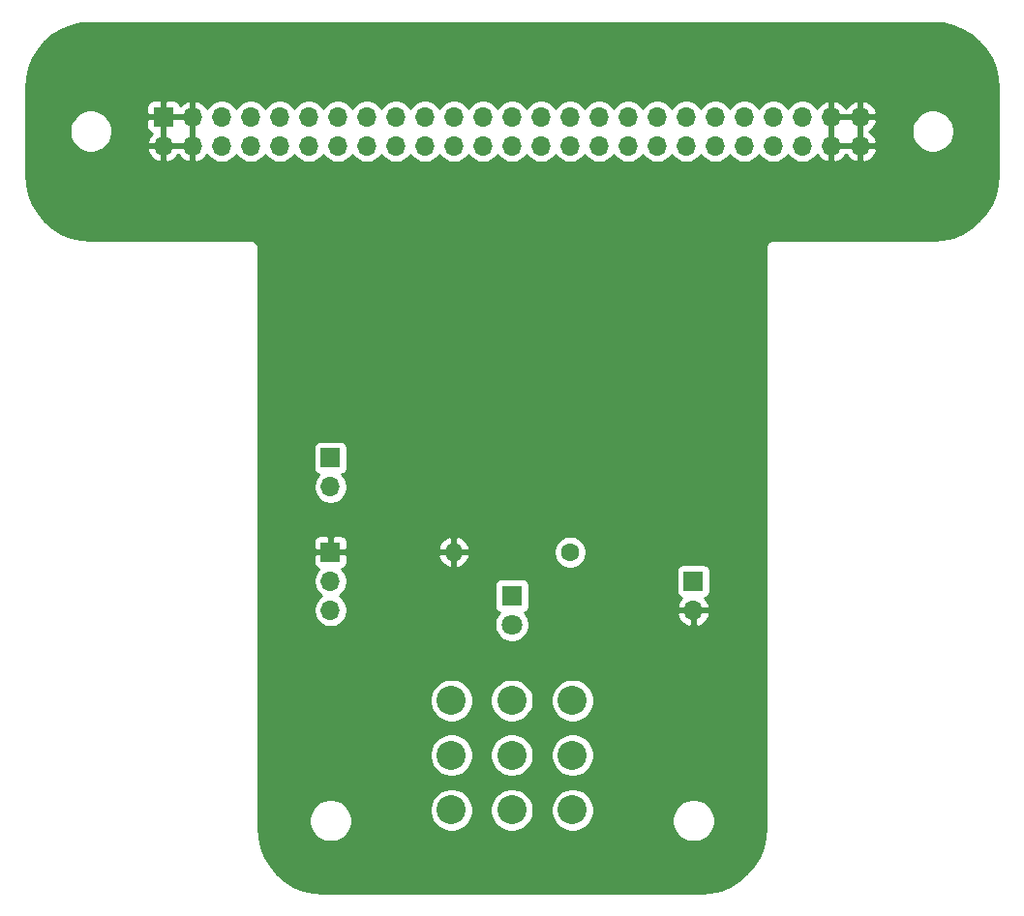
<source format=gbr>
%TF.GenerationSoftware,KiCad,Pcbnew,(5.1.7)-1*%
%TF.CreationDate,2020-11-07T21:46:11-06:00*%
%TF.ProjectId,ConsolePedal,436f6e73-6f6c-4655-9065-64616c2e6b69,rev?*%
%TF.SameCoordinates,Original*%
%TF.FileFunction,Copper,L2,Bot*%
%TF.FilePolarity,Positive*%
%FSLAX46Y46*%
G04 Gerber Fmt 4.6, Leading zero omitted, Abs format (unit mm)*
G04 Created by KiCad (PCBNEW (5.1.7)-1) date 2020-11-07 21:46:11*
%MOMM*%
%LPD*%
G01*
G04 APERTURE LIST*
%TA.AperFunction,ComponentPad*%
%ADD10O,1.700000X1.700000*%
%TD*%
%TA.AperFunction,ComponentPad*%
%ADD11R,1.700000X1.700000*%
%TD*%
%TA.AperFunction,ComponentPad*%
%ADD12R,1.800000X1.800000*%
%TD*%
%TA.AperFunction,ComponentPad*%
%ADD13C,1.800000*%
%TD*%
%TA.AperFunction,ComponentPad*%
%ADD14C,1.600000*%
%TD*%
%TA.AperFunction,ComponentPad*%
%ADD15O,1.600000X1.600000*%
%TD*%
%TA.AperFunction,ComponentPad*%
%ADD16C,2.540000*%
%TD*%
%TA.AperFunction,Conductor*%
%ADD17C,0.254000*%
%TD*%
%TA.AperFunction,Conductor*%
%ADD18C,0.100000*%
%TD*%
G04 APERTURE END LIST*
D10*
%TO.P,BT1,2*%
%TO.N,Net-(BT1-Pad2)*%
X121285000Y-70485000D03*
D11*
%TO.P,BT1,1*%
%TO.N,+9V*%
X121285000Y-67945000D03*
%TD*%
D12*
%TO.P,D1,1*%
%TO.N,Net-(D1-Pad1)*%
X137160000Y-80010000D03*
D13*
%TO.P,D1,2*%
%TO.N,/LEDPower*%
X137160000Y-82550000D03*
%TD*%
D11*
%TO.P,J1,1*%
%TO.N,GND*%
X121285000Y-76200000D03*
D10*
%TO.P,J1,2*%
%TO.N,Net-(BT1-Pad2)*%
X121285000Y-78740000D03*
%TO.P,J1,3*%
%TO.N,Net-(J1-Pad3)*%
X121285000Y-81280000D03*
%TD*%
D11*
%TO.P,J2,1*%
%TO.N,Net-(J2-Pad1)*%
X153035000Y-78740000D03*
D10*
%TO.P,J2,2*%
%TO.N,GND*%
X153035000Y-81280000D03*
%TD*%
D14*
%TO.P,R1,1*%
%TO.N,Net-(D1-Pad1)*%
X142240000Y-76200000D03*
D15*
%TO.P,R1,2*%
%TO.N,GND*%
X132080000Y-76200000D03*
%TD*%
D16*
%TO.P,S1,P$1*%
%TO.N,Net-(S1-PadP$1)*%
X142458440Y-98778060D03*
%TO.P,S1,P$2*%
%TO.N,Net-(J1-Pad3)*%
X142458440Y-93980000D03*
%TO.P,S1,P$3*%
%TO.N,/Input*%
X142458440Y-89181940D03*
%TO.P,S1,P$4*%
%TO.N,Net-(S1-PadP$1)*%
X137160000Y-98778060D03*
%TO.P,S1,P$5*%
%TO.N,Net-(J2-Pad1)*%
X137160000Y-93980000D03*
%TO.P,S1,P$6*%
%TO.N,/Output*%
X137160000Y-89181940D03*
%TO.P,S1,P$7*%
%TO.N,N/C*%
X131861560Y-98778060D03*
%TO.P,S1,P$8*%
%TO.N,+9V*%
X131861560Y-93980000D03*
%TO.P,S1,P$9*%
%TO.N,/LEDPower*%
X131861560Y-89181940D03*
%TD*%
D11*
%TO.P,J3,1*%
%TO.N,GND*%
X106680000Y-38100000D03*
D10*
%TO.P,J3,2*%
X106680000Y-40640000D03*
%TO.P,J3,3*%
X109220000Y-38100000D03*
%TO.P,J3,4*%
X109220000Y-40640000D03*
%TO.P,J3,5*%
%TO.N,/Input*%
X111760000Y-38100000D03*
%TO.P,J3,6*%
X111760000Y-40640000D03*
%TO.P,J3,7*%
%TO.N,/Output*%
X114300000Y-38100000D03*
%TO.P,J3,8*%
X114300000Y-40640000D03*
%TO.P,J3,9*%
%TO.N,+9V*%
X116840000Y-38100000D03*
%TO.P,J3,10*%
X116840000Y-40640000D03*
%TO.P,J3,11*%
%TO.N,/LEDPower*%
X119380000Y-38100000D03*
%TO.P,J3,12*%
X119380000Y-40640000D03*
%TO.P,J3,13*%
%TO.N,N/C*%
X121920000Y-38100000D03*
%TO.P,J3,14*%
X121920000Y-40640000D03*
%TO.P,J3,15*%
X124460000Y-38100000D03*
%TO.P,J3,16*%
X124460000Y-40640000D03*
%TO.P,J3,17*%
X127000000Y-38100000D03*
%TO.P,J3,18*%
X127000000Y-40640000D03*
%TO.P,J3,19*%
X129540000Y-38100000D03*
%TO.P,J3,20*%
X129540000Y-40640000D03*
%TO.P,J3,21*%
X132080000Y-38100000D03*
%TO.P,J3,22*%
X132080000Y-40640000D03*
%TO.P,J3,23*%
X134620000Y-38100000D03*
%TO.P,J3,24*%
X134620000Y-40640000D03*
%TO.P,J3,25*%
X137160000Y-38100000D03*
%TO.P,J3,26*%
X137160000Y-40640000D03*
%TO.P,J3,27*%
X139700000Y-38100000D03*
%TO.P,J3,28*%
X139700000Y-40640000D03*
%TO.P,J3,29*%
X142240000Y-38100000D03*
%TO.P,J3,30*%
X142240000Y-40640000D03*
%TO.P,J3,31*%
X144780000Y-38100000D03*
%TO.P,J3,32*%
X144780000Y-40640000D03*
%TO.P,J3,33*%
X147320000Y-38100000D03*
%TO.P,J3,34*%
X147320000Y-40640000D03*
%TO.P,J3,35*%
X149860000Y-38100000D03*
%TO.P,J3,36*%
X149860000Y-40640000D03*
%TO.P,J3,37*%
X152400000Y-38100000D03*
%TO.P,J3,38*%
X152400000Y-40640000D03*
%TO.P,J3,39*%
%TO.N,/LEDPower*%
X154940000Y-38100000D03*
%TO.P,J3,40*%
X154940000Y-40640000D03*
%TO.P,J3,41*%
%TO.N,+9V*%
X157480000Y-38100000D03*
%TO.P,J3,42*%
X157480000Y-40640000D03*
%TO.P,J3,43*%
%TO.N,/Output*%
X160020000Y-38100000D03*
%TO.P,J3,44*%
X160020000Y-40640000D03*
%TO.P,J3,45*%
%TO.N,/Input*%
X162560000Y-38100000D03*
%TO.P,J3,46*%
X162560000Y-40640000D03*
%TO.P,J3,47*%
%TO.N,GND*%
X165100000Y-38100000D03*
%TO.P,J3,48*%
X165100000Y-40640000D03*
%TO.P,J3,49*%
X167640000Y-38100000D03*
%TO.P,J3,50*%
X167640000Y-40640000D03*
%TD*%
D17*
%TO.N,GND*%
X174879791Y-29942068D02*
X175747678Y-30150430D01*
X176572275Y-30491989D01*
X177333299Y-30958345D01*
X178011994Y-31538006D01*
X178591655Y-32216701D01*
X179058009Y-32977720D01*
X179399570Y-33802322D01*
X179607931Y-34670207D01*
X179680000Y-35585926D01*
X179680001Y-43154062D01*
X179607931Y-44069793D01*
X179399570Y-44937678D01*
X179058009Y-45762280D01*
X178591655Y-46523299D01*
X178011994Y-47201994D01*
X177333299Y-47781655D01*
X176572275Y-48248011D01*
X175747678Y-48589570D01*
X174879791Y-48797932D01*
X173964074Y-48870000D01*
X160052419Y-48870000D01*
X160020000Y-48866807D01*
X159987581Y-48870000D01*
X159890617Y-48879550D01*
X159766207Y-48917290D01*
X159651550Y-48978575D01*
X159551052Y-49061052D01*
X159468575Y-49161550D01*
X159407290Y-49276207D01*
X159369550Y-49400617D01*
X159356807Y-49530000D01*
X159360001Y-49562430D01*
X159360000Y-100304074D01*
X159287931Y-101219793D01*
X159079570Y-102087678D01*
X158738009Y-102912280D01*
X158271655Y-103673299D01*
X157691994Y-104351994D01*
X157013299Y-104931655D01*
X156252275Y-105398011D01*
X155427678Y-105739570D01*
X154559791Y-105947932D01*
X153644074Y-106020000D01*
X120675926Y-106020000D01*
X119760207Y-105947931D01*
X118892322Y-105739570D01*
X118067720Y-105398009D01*
X117306701Y-104931655D01*
X116628006Y-104351994D01*
X116048345Y-103673299D01*
X115581989Y-102912275D01*
X115240430Y-102087678D01*
X115032068Y-101219791D01*
X114960000Y-100304074D01*
X114960000Y-99509344D01*
X119400000Y-99509344D01*
X119400000Y-99880656D01*
X119472439Y-100244834D01*
X119614534Y-100587882D01*
X119820825Y-100896618D01*
X120083382Y-101159175D01*
X120392118Y-101365466D01*
X120735166Y-101507561D01*
X121099344Y-101580000D01*
X121470656Y-101580000D01*
X121834834Y-101507561D01*
X122177882Y-101365466D01*
X122486618Y-101159175D01*
X122749175Y-100896618D01*
X122955466Y-100587882D01*
X123097561Y-100244834D01*
X123170000Y-99880656D01*
X123170000Y-99509344D01*
X123097561Y-99145166D01*
X122955466Y-98802118D01*
X122814024Y-98590434D01*
X129956560Y-98590434D01*
X129956560Y-98965686D01*
X130029769Y-99333728D01*
X130173371Y-99680416D01*
X130381850Y-99992426D01*
X130647194Y-100257770D01*
X130959204Y-100466249D01*
X131305892Y-100609851D01*
X131673934Y-100683060D01*
X132049186Y-100683060D01*
X132417228Y-100609851D01*
X132763916Y-100466249D01*
X133075926Y-100257770D01*
X133341270Y-99992426D01*
X133549749Y-99680416D01*
X133693351Y-99333728D01*
X133766560Y-98965686D01*
X133766560Y-98590434D01*
X135255000Y-98590434D01*
X135255000Y-98965686D01*
X135328209Y-99333728D01*
X135471811Y-99680416D01*
X135680290Y-99992426D01*
X135945634Y-100257770D01*
X136257644Y-100466249D01*
X136604332Y-100609851D01*
X136972374Y-100683060D01*
X137347626Y-100683060D01*
X137715668Y-100609851D01*
X138062356Y-100466249D01*
X138374366Y-100257770D01*
X138639710Y-99992426D01*
X138848189Y-99680416D01*
X138991791Y-99333728D01*
X139065000Y-98965686D01*
X139065000Y-98590434D01*
X140553440Y-98590434D01*
X140553440Y-98965686D01*
X140626649Y-99333728D01*
X140770251Y-99680416D01*
X140978730Y-99992426D01*
X141244074Y-100257770D01*
X141556084Y-100466249D01*
X141902772Y-100609851D01*
X142270814Y-100683060D01*
X142646066Y-100683060D01*
X143014108Y-100609851D01*
X143360796Y-100466249D01*
X143672806Y-100257770D01*
X143938150Y-99992426D01*
X144146629Y-99680416D01*
X144217488Y-99509344D01*
X151150000Y-99509344D01*
X151150000Y-99880656D01*
X151222439Y-100244834D01*
X151364534Y-100587882D01*
X151570825Y-100896618D01*
X151833382Y-101159175D01*
X152142118Y-101365466D01*
X152485166Y-101507561D01*
X152849344Y-101580000D01*
X153220656Y-101580000D01*
X153584834Y-101507561D01*
X153927882Y-101365466D01*
X154236618Y-101159175D01*
X154499175Y-100896618D01*
X154705466Y-100587882D01*
X154847561Y-100244834D01*
X154920000Y-99880656D01*
X154920000Y-99509344D01*
X154847561Y-99145166D01*
X154705466Y-98802118D01*
X154499175Y-98493382D01*
X154236618Y-98230825D01*
X153927882Y-98024534D01*
X153584834Y-97882439D01*
X153220656Y-97810000D01*
X152849344Y-97810000D01*
X152485166Y-97882439D01*
X152142118Y-98024534D01*
X151833382Y-98230825D01*
X151570825Y-98493382D01*
X151364534Y-98802118D01*
X151222439Y-99145166D01*
X151150000Y-99509344D01*
X144217488Y-99509344D01*
X144290231Y-99333728D01*
X144363440Y-98965686D01*
X144363440Y-98590434D01*
X144290231Y-98222392D01*
X144146629Y-97875704D01*
X143938150Y-97563694D01*
X143672806Y-97298350D01*
X143360796Y-97089871D01*
X143014108Y-96946269D01*
X142646066Y-96873060D01*
X142270814Y-96873060D01*
X141902772Y-96946269D01*
X141556084Y-97089871D01*
X141244074Y-97298350D01*
X140978730Y-97563694D01*
X140770251Y-97875704D01*
X140626649Y-98222392D01*
X140553440Y-98590434D01*
X139065000Y-98590434D01*
X138991791Y-98222392D01*
X138848189Y-97875704D01*
X138639710Y-97563694D01*
X138374366Y-97298350D01*
X138062356Y-97089871D01*
X137715668Y-96946269D01*
X137347626Y-96873060D01*
X136972374Y-96873060D01*
X136604332Y-96946269D01*
X136257644Y-97089871D01*
X135945634Y-97298350D01*
X135680290Y-97563694D01*
X135471811Y-97875704D01*
X135328209Y-98222392D01*
X135255000Y-98590434D01*
X133766560Y-98590434D01*
X133693351Y-98222392D01*
X133549749Y-97875704D01*
X133341270Y-97563694D01*
X133075926Y-97298350D01*
X132763916Y-97089871D01*
X132417228Y-96946269D01*
X132049186Y-96873060D01*
X131673934Y-96873060D01*
X131305892Y-96946269D01*
X130959204Y-97089871D01*
X130647194Y-97298350D01*
X130381850Y-97563694D01*
X130173371Y-97875704D01*
X130029769Y-98222392D01*
X129956560Y-98590434D01*
X122814024Y-98590434D01*
X122749175Y-98493382D01*
X122486618Y-98230825D01*
X122177882Y-98024534D01*
X121834834Y-97882439D01*
X121470656Y-97810000D01*
X121099344Y-97810000D01*
X120735166Y-97882439D01*
X120392118Y-98024534D01*
X120083382Y-98230825D01*
X119820825Y-98493382D01*
X119614534Y-98802118D01*
X119472439Y-99145166D01*
X119400000Y-99509344D01*
X114960000Y-99509344D01*
X114960000Y-93792374D01*
X129956560Y-93792374D01*
X129956560Y-94167626D01*
X130029769Y-94535668D01*
X130173371Y-94882356D01*
X130381850Y-95194366D01*
X130647194Y-95459710D01*
X130959204Y-95668189D01*
X131305892Y-95811791D01*
X131673934Y-95885000D01*
X132049186Y-95885000D01*
X132417228Y-95811791D01*
X132763916Y-95668189D01*
X133075926Y-95459710D01*
X133341270Y-95194366D01*
X133549749Y-94882356D01*
X133693351Y-94535668D01*
X133766560Y-94167626D01*
X133766560Y-93792374D01*
X135255000Y-93792374D01*
X135255000Y-94167626D01*
X135328209Y-94535668D01*
X135471811Y-94882356D01*
X135680290Y-95194366D01*
X135945634Y-95459710D01*
X136257644Y-95668189D01*
X136604332Y-95811791D01*
X136972374Y-95885000D01*
X137347626Y-95885000D01*
X137715668Y-95811791D01*
X138062356Y-95668189D01*
X138374366Y-95459710D01*
X138639710Y-95194366D01*
X138848189Y-94882356D01*
X138991791Y-94535668D01*
X139065000Y-94167626D01*
X139065000Y-93792374D01*
X140553440Y-93792374D01*
X140553440Y-94167626D01*
X140626649Y-94535668D01*
X140770251Y-94882356D01*
X140978730Y-95194366D01*
X141244074Y-95459710D01*
X141556084Y-95668189D01*
X141902772Y-95811791D01*
X142270814Y-95885000D01*
X142646066Y-95885000D01*
X143014108Y-95811791D01*
X143360796Y-95668189D01*
X143672806Y-95459710D01*
X143938150Y-95194366D01*
X144146629Y-94882356D01*
X144290231Y-94535668D01*
X144363440Y-94167626D01*
X144363440Y-93792374D01*
X144290231Y-93424332D01*
X144146629Y-93077644D01*
X143938150Y-92765634D01*
X143672806Y-92500290D01*
X143360796Y-92291811D01*
X143014108Y-92148209D01*
X142646066Y-92075000D01*
X142270814Y-92075000D01*
X141902772Y-92148209D01*
X141556084Y-92291811D01*
X141244074Y-92500290D01*
X140978730Y-92765634D01*
X140770251Y-93077644D01*
X140626649Y-93424332D01*
X140553440Y-93792374D01*
X139065000Y-93792374D01*
X138991791Y-93424332D01*
X138848189Y-93077644D01*
X138639710Y-92765634D01*
X138374366Y-92500290D01*
X138062356Y-92291811D01*
X137715668Y-92148209D01*
X137347626Y-92075000D01*
X136972374Y-92075000D01*
X136604332Y-92148209D01*
X136257644Y-92291811D01*
X135945634Y-92500290D01*
X135680290Y-92765634D01*
X135471811Y-93077644D01*
X135328209Y-93424332D01*
X135255000Y-93792374D01*
X133766560Y-93792374D01*
X133693351Y-93424332D01*
X133549749Y-93077644D01*
X133341270Y-92765634D01*
X133075926Y-92500290D01*
X132763916Y-92291811D01*
X132417228Y-92148209D01*
X132049186Y-92075000D01*
X131673934Y-92075000D01*
X131305892Y-92148209D01*
X130959204Y-92291811D01*
X130647194Y-92500290D01*
X130381850Y-92765634D01*
X130173371Y-93077644D01*
X130029769Y-93424332D01*
X129956560Y-93792374D01*
X114960000Y-93792374D01*
X114960000Y-88994314D01*
X129956560Y-88994314D01*
X129956560Y-89369566D01*
X130029769Y-89737608D01*
X130173371Y-90084296D01*
X130381850Y-90396306D01*
X130647194Y-90661650D01*
X130959204Y-90870129D01*
X131305892Y-91013731D01*
X131673934Y-91086940D01*
X132049186Y-91086940D01*
X132417228Y-91013731D01*
X132763916Y-90870129D01*
X133075926Y-90661650D01*
X133341270Y-90396306D01*
X133549749Y-90084296D01*
X133693351Y-89737608D01*
X133766560Y-89369566D01*
X133766560Y-88994314D01*
X135255000Y-88994314D01*
X135255000Y-89369566D01*
X135328209Y-89737608D01*
X135471811Y-90084296D01*
X135680290Y-90396306D01*
X135945634Y-90661650D01*
X136257644Y-90870129D01*
X136604332Y-91013731D01*
X136972374Y-91086940D01*
X137347626Y-91086940D01*
X137715668Y-91013731D01*
X138062356Y-90870129D01*
X138374366Y-90661650D01*
X138639710Y-90396306D01*
X138848189Y-90084296D01*
X138991791Y-89737608D01*
X139065000Y-89369566D01*
X139065000Y-88994314D01*
X140553440Y-88994314D01*
X140553440Y-89369566D01*
X140626649Y-89737608D01*
X140770251Y-90084296D01*
X140978730Y-90396306D01*
X141244074Y-90661650D01*
X141556084Y-90870129D01*
X141902772Y-91013731D01*
X142270814Y-91086940D01*
X142646066Y-91086940D01*
X143014108Y-91013731D01*
X143360796Y-90870129D01*
X143672806Y-90661650D01*
X143938150Y-90396306D01*
X144146629Y-90084296D01*
X144290231Y-89737608D01*
X144363440Y-89369566D01*
X144363440Y-88994314D01*
X144290231Y-88626272D01*
X144146629Y-88279584D01*
X143938150Y-87967574D01*
X143672806Y-87702230D01*
X143360796Y-87493751D01*
X143014108Y-87350149D01*
X142646066Y-87276940D01*
X142270814Y-87276940D01*
X141902772Y-87350149D01*
X141556084Y-87493751D01*
X141244074Y-87702230D01*
X140978730Y-87967574D01*
X140770251Y-88279584D01*
X140626649Y-88626272D01*
X140553440Y-88994314D01*
X139065000Y-88994314D01*
X138991791Y-88626272D01*
X138848189Y-88279584D01*
X138639710Y-87967574D01*
X138374366Y-87702230D01*
X138062356Y-87493751D01*
X137715668Y-87350149D01*
X137347626Y-87276940D01*
X136972374Y-87276940D01*
X136604332Y-87350149D01*
X136257644Y-87493751D01*
X135945634Y-87702230D01*
X135680290Y-87967574D01*
X135471811Y-88279584D01*
X135328209Y-88626272D01*
X135255000Y-88994314D01*
X133766560Y-88994314D01*
X133693351Y-88626272D01*
X133549749Y-88279584D01*
X133341270Y-87967574D01*
X133075926Y-87702230D01*
X132763916Y-87493751D01*
X132417228Y-87350149D01*
X132049186Y-87276940D01*
X131673934Y-87276940D01*
X131305892Y-87350149D01*
X130959204Y-87493751D01*
X130647194Y-87702230D01*
X130381850Y-87967574D01*
X130173371Y-88279584D01*
X130029769Y-88626272D01*
X129956560Y-88994314D01*
X114960000Y-88994314D01*
X114960000Y-77050000D01*
X119796928Y-77050000D01*
X119809188Y-77174482D01*
X119845498Y-77294180D01*
X119904463Y-77404494D01*
X119983815Y-77501185D01*
X120080506Y-77580537D01*
X120190820Y-77639502D01*
X120263380Y-77661513D01*
X120131525Y-77793368D01*
X119969010Y-78036589D01*
X119857068Y-78306842D01*
X119800000Y-78593740D01*
X119800000Y-78886260D01*
X119857068Y-79173158D01*
X119969010Y-79443411D01*
X120131525Y-79686632D01*
X120338368Y-79893475D01*
X120512760Y-80010000D01*
X120338368Y-80126525D01*
X120131525Y-80333368D01*
X119969010Y-80576589D01*
X119857068Y-80846842D01*
X119800000Y-81133740D01*
X119800000Y-81426260D01*
X119857068Y-81713158D01*
X119969010Y-81983411D01*
X120131525Y-82226632D01*
X120338368Y-82433475D01*
X120581589Y-82595990D01*
X120851842Y-82707932D01*
X121138740Y-82765000D01*
X121431260Y-82765000D01*
X121718158Y-82707932D01*
X121988411Y-82595990D01*
X122231632Y-82433475D01*
X122438475Y-82226632D01*
X122600990Y-81983411D01*
X122712932Y-81713158D01*
X122770000Y-81426260D01*
X122770000Y-81133740D01*
X122712932Y-80846842D01*
X122600990Y-80576589D01*
X122438475Y-80333368D01*
X122231632Y-80126525D01*
X122057240Y-80010000D01*
X122231632Y-79893475D01*
X122438475Y-79686632D01*
X122600990Y-79443411D01*
X122712932Y-79173158D01*
X122725495Y-79110000D01*
X135621928Y-79110000D01*
X135621928Y-80910000D01*
X135634188Y-81034482D01*
X135670498Y-81154180D01*
X135729463Y-81264494D01*
X135808815Y-81361185D01*
X135905506Y-81440537D01*
X136015820Y-81499502D01*
X136034127Y-81505056D01*
X135967688Y-81571495D01*
X135799701Y-81822905D01*
X135683989Y-82102257D01*
X135625000Y-82398816D01*
X135625000Y-82701184D01*
X135683989Y-82997743D01*
X135799701Y-83277095D01*
X135967688Y-83528505D01*
X136181495Y-83742312D01*
X136432905Y-83910299D01*
X136712257Y-84026011D01*
X137008816Y-84085000D01*
X137311184Y-84085000D01*
X137607743Y-84026011D01*
X137887095Y-83910299D01*
X138138505Y-83742312D01*
X138352312Y-83528505D01*
X138520299Y-83277095D01*
X138636011Y-82997743D01*
X138695000Y-82701184D01*
X138695000Y-82398816D01*
X138636011Y-82102257D01*
X138520299Y-81822905D01*
X138396008Y-81636890D01*
X151593524Y-81636890D01*
X151638175Y-81784099D01*
X151763359Y-82046920D01*
X151937412Y-82280269D01*
X152153645Y-82475178D01*
X152403748Y-82624157D01*
X152678109Y-82721481D01*
X152908000Y-82600814D01*
X152908000Y-81407000D01*
X153162000Y-81407000D01*
X153162000Y-82600814D01*
X153391891Y-82721481D01*
X153666252Y-82624157D01*
X153916355Y-82475178D01*
X154132588Y-82280269D01*
X154306641Y-82046920D01*
X154431825Y-81784099D01*
X154476476Y-81636890D01*
X154355155Y-81407000D01*
X153162000Y-81407000D01*
X152908000Y-81407000D01*
X151714845Y-81407000D01*
X151593524Y-81636890D01*
X138396008Y-81636890D01*
X138352312Y-81571495D01*
X138285873Y-81505056D01*
X138304180Y-81499502D01*
X138414494Y-81440537D01*
X138511185Y-81361185D01*
X138590537Y-81264494D01*
X138649502Y-81154180D01*
X138685812Y-81034482D01*
X138698072Y-80910000D01*
X138698072Y-79110000D01*
X138685812Y-78985518D01*
X138649502Y-78865820D01*
X138590537Y-78755506D01*
X138511185Y-78658815D01*
X138414494Y-78579463D01*
X138304180Y-78520498D01*
X138184482Y-78484188D01*
X138060000Y-78471928D01*
X136260000Y-78471928D01*
X136135518Y-78484188D01*
X136015820Y-78520498D01*
X135905506Y-78579463D01*
X135808815Y-78658815D01*
X135729463Y-78755506D01*
X135670498Y-78865820D01*
X135634188Y-78985518D01*
X135621928Y-79110000D01*
X122725495Y-79110000D01*
X122770000Y-78886260D01*
X122770000Y-78593740D01*
X122712932Y-78306842D01*
X122600990Y-78036589D01*
X122503043Y-77890000D01*
X151546928Y-77890000D01*
X151546928Y-79590000D01*
X151559188Y-79714482D01*
X151595498Y-79834180D01*
X151654463Y-79944494D01*
X151733815Y-80041185D01*
X151830506Y-80120537D01*
X151940820Y-80179502D01*
X152021466Y-80203966D01*
X151937412Y-80279731D01*
X151763359Y-80513080D01*
X151638175Y-80775901D01*
X151593524Y-80923110D01*
X151714845Y-81153000D01*
X152908000Y-81153000D01*
X152908000Y-81133000D01*
X153162000Y-81133000D01*
X153162000Y-81153000D01*
X154355155Y-81153000D01*
X154476476Y-80923110D01*
X154431825Y-80775901D01*
X154306641Y-80513080D01*
X154132588Y-80279731D01*
X154048534Y-80203966D01*
X154129180Y-80179502D01*
X154239494Y-80120537D01*
X154336185Y-80041185D01*
X154415537Y-79944494D01*
X154474502Y-79834180D01*
X154510812Y-79714482D01*
X154523072Y-79590000D01*
X154523072Y-77890000D01*
X154510812Y-77765518D01*
X154474502Y-77645820D01*
X154415537Y-77535506D01*
X154336185Y-77438815D01*
X154239494Y-77359463D01*
X154129180Y-77300498D01*
X154009482Y-77264188D01*
X153885000Y-77251928D01*
X152185000Y-77251928D01*
X152060518Y-77264188D01*
X151940820Y-77300498D01*
X151830506Y-77359463D01*
X151733815Y-77438815D01*
X151654463Y-77535506D01*
X151595498Y-77645820D01*
X151559188Y-77765518D01*
X151546928Y-77890000D01*
X122503043Y-77890000D01*
X122438475Y-77793368D01*
X122306620Y-77661513D01*
X122379180Y-77639502D01*
X122489494Y-77580537D01*
X122586185Y-77501185D01*
X122665537Y-77404494D01*
X122724502Y-77294180D01*
X122760812Y-77174482D01*
X122773072Y-77050000D01*
X122770345Y-76549039D01*
X130688096Y-76549039D01*
X130728754Y-76683087D01*
X130848963Y-76937420D01*
X131016481Y-77163414D01*
X131224869Y-77352385D01*
X131466119Y-77497070D01*
X131730960Y-77591909D01*
X131953000Y-77470624D01*
X131953000Y-76327000D01*
X132207000Y-76327000D01*
X132207000Y-77470624D01*
X132429040Y-77591909D01*
X132693881Y-77497070D01*
X132935131Y-77352385D01*
X133143519Y-77163414D01*
X133311037Y-76937420D01*
X133431246Y-76683087D01*
X133471904Y-76549039D01*
X133349915Y-76327000D01*
X132207000Y-76327000D01*
X131953000Y-76327000D01*
X130810085Y-76327000D01*
X130688096Y-76549039D01*
X122770345Y-76549039D01*
X122770000Y-76485750D01*
X122611250Y-76327000D01*
X121412000Y-76327000D01*
X121412000Y-76347000D01*
X121158000Y-76347000D01*
X121158000Y-76327000D01*
X119958750Y-76327000D01*
X119800000Y-76485750D01*
X119796928Y-77050000D01*
X114960000Y-77050000D01*
X114960000Y-75350000D01*
X119796928Y-75350000D01*
X119800000Y-75914250D01*
X119958750Y-76073000D01*
X121158000Y-76073000D01*
X121158000Y-74873750D01*
X121412000Y-74873750D01*
X121412000Y-76073000D01*
X122611250Y-76073000D01*
X122770000Y-75914250D01*
X122770344Y-75850961D01*
X130688096Y-75850961D01*
X130810085Y-76073000D01*
X131953000Y-76073000D01*
X131953000Y-74929376D01*
X132207000Y-74929376D01*
X132207000Y-76073000D01*
X133349915Y-76073000D01*
X133357790Y-76058665D01*
X140805000Y-76058665D01*
X140805000Y-76341335D01*
X140860147Y-76618574D01*
X140968320Y-76879727D01*
X141125363Y-77114759D01*
X141325241Y-77314637D01*
X141560273Y-77471680D01*
X141821426Y-77579853D01*
X142098665Y-77635000D01*
X142381335Y-77635000D01*
X142658574Y-77579853D01*
X142919727Y-77471680D01*
X143154759Y-77314637D01*
X143354637Y-77114759D01*
X143511680Y-76879727D01*
X143619853Y-76618574D01*
X143675000Y-76341335D01*
X143675000Y-76058665D01*
X143619853Y-75781426D01*
X143511680Y-75520273D01*
X143354637Y-75285241D01*
X143154759Y-75085363D01*
X142919727Y-74928320D01*
X142658574Y-74820147D01*
X142381335Y-74765000D01*
X142098665Y-74765000D01*
X141821426Y-74820147D01*
X141560273Y-74928320D01*
X141325241Y-75085363D01*
X141125363Y-75285241D01*
X140968320Y-75520273D01*
X140860147Y-75781426D01*
X140805000Y-76058665D01*
X133357790Y-76058665D01*
X133471904Y-75850961D01*
X133431246Y-75716913D01*
X133311037Y-75462580D01*
X133143519Y-75236586D01*
X132935131Y-75047615D01*
X132693881Y-74902930D01*
X132429040Y-74808091D01*
X132207000Y-74929376D01*
X131953000Y-74929376D01*
X131730960Y-74808091D01*
X131466119Y-74902930D01*
X131224869Y-75047615D01*
X131016481Y-75236586D01*
X130848963Y-75462580D01*
X130728754Y-75716913D01*
X130688096Y-75850961D01*
X122770344Y-75850961D01*
X122773072Y-75350000D01*
X122760812Y-75225518D01*
X122724502Y-75105820D01*
X122665537Y-74995506D01*
X122586185Y-74898815D01*
X122489494Y-74819463D01*
X122379180Y-74760498D01*
X122259482Y-74724188D01*
X122135000Y-74711928D01*
X121570750Y-74715000D01*
X121412000Y-74873750D01*
X121158000Y-74873750D01*
X120999250Y-74715000D01*
X120435000Y-74711928D01*
X120310518Y-74724188D01*
X120190820Y-74760498D01*
X120080506Y-74819463D01*
X119983815Y-74898815D01*
X119904463Y-74995506D01*
X119845498Y-75105820D01*
X119809188Y-75225518D01*
X119796928Y-75350000D01*
X114960000Y-75350000D01*
X114960000Y-67095000D01*
X119796928Y-67095000D01*
X119796928Y-68795000D01*
X119809188Y-68919482D01*
X119845498Y-69039180D01*
X119904463Y-69149494D01*
X119983815Y-69246185D01*
X120080506Y-69325537D01*
X120190820Y-69384502D01*
X120263380Y-69406513D01*
X120131525Y-69538368D01*
X119969010Y-69781589D01*
X119857068Y-70051842D01*
X119800000Y-70338740D01*
X119800000Y-70631260D01*
X119857068Y-70918158D01*
X119969010Y-71188411D01*
X120131525Y-71431632D01*
X120338368Y-71638475D01*
X120581589Y-71800990D01*
X120851842Y-71912932D01*
X121138740Y-71970000D01*
X121431260Y-71970000D01*
X121718158Y-71912932D01*
X121988411Y-71800990D01*
X122231632Y-71638475D01*
X122438475Y-71431632D01*
X122600990Y-71188411D01*
X122712932Y-70918158D01*
X122770000Y-70631260D01*
X122770000Y-70338740D01*
X122712932Y-70051842D01*
X122600990Y-69781589D01*
X122438475Y-69538368D01*
X122306620Y-69406513D01*
X122379180Y-69384502D01*
X122489494Y-69325537D01*
X122586185Y-69246185D01*
X122665537Y-69149494D01*
X122724502Y-69039180D01*
X122760812Y-68919482D01*
X122773072Y-68795000D01*
X122773072Y-67095000D01*
X122760812Y-66970518D01*
X122724502Y-66850820D01*
X122665537Y-66740506D01*
X122586185Y-66643815D01*
X122489494Y-66564463D01*
X122379180Y-66505498D01*
X122259482Y-66469188D01*
X122135000Y-66456928D01*
X120435000Y-66456928D01*
X120310518Y-66469188D01*
X120190820Y-66505498D01*
X120080506Y-66564463D01*
X119983815Y-66643815D01*
X119904463Y-66740506D01*
X119845498Y-66850820D01*
X119809188Y-66970518D01*
X119796928Y-67095000D01*
X114960000Y-67095000D01*
X114960000Y-49562419D01*
X114963193Y-49530000D01*
X114950450Y-49400617D01*
X114912710Y-49276207D01*
X114851425Y-49161550D01*
X114768948Y-49061052D01*
X114668450Y-48978575D01*
X114553793Y-48917290D01*
X114429383Y-48879550D01*
X114300000Y-48866807D01*
X114267581Y-48870000D01*
X100355926Y-48870000D01*
X99440207Y-48797931D01*
X98572322Y-48589570D01*
X97747720Y-48248009D01*
X96986701Y-47781655D01*
X96308006Y-47201994D01*
X95728345Y-46523299D01*
X95261989Y-45762275D01*
X94920430Y-44937678D01*
X94712068Y-44069791D01*
X94640000Y-43154074D01*
X94640000Y-39184344D01*
X98445000Y-39184344D01*
X98445000Y-39555656D01*
X98517439Y-39919834D01*
X98659534Y-40262882D01*
X98865825Y-40571618D01*
X99128382Y-40834175D01*
X99437118Y-41040466D01*
X99780166Y-41182561D01*
X100144344Y-41255000D01*
X100515656Y-41255000D01*
X100879834Y-41182561D01*
X101222882Y-41040466D01*
X101288096Y-40996891D01*
X105238519Y-40996891D01*
X105335843Y-41271252D01*
X105484822Y-41521355D01*
X105679731Y-41737588D01*
X105913080Y-41911641D01*
X106175901Y-42036825D01*
X106323110Y-42081476D01*
X106553000Y-41960155D01*
X106553000Y-40767000D01*
X106807000Y-40767000D01*
X106807000Y-41960155D01*
X107036890Y-42081476D01*
X107184099Y-42036825D01*
X107446920Y-41911641D01*
X107680269Y-41737588D01*
X107875178Y-41521355D01*
X107950000Y-41395745D01*
X108024822Y-41521355D01*
X108219731Y-41737588D01*
X108453080Y-41911641D01*
X108715901Y-42036825D01*
X108863110Y-42081476D01*
X109093000Y-41960155D01*
X109093000Y-40767000D01*
X106807000Y-40767000D01*
X106553000Y-40767000D01*
X105359186Y-40767000D01*
X105238519Y-40996891D01*
X101288096Y-40996891D01*
X101531618Y-40834175D01*
X101794175Y-40571618D01*
X102000466Y-40262882D01*
X102142561Y-39919834D01*
X102215000Y-39555656D01*
X102215000Y-39184344D01*
X102168387Y-38950000D01*
X105191928Y-38950000D01*
X105204188Y-39074482D01*
X105240498Y-39194180D01*
X105299463Y-39304494D01*
X105378815Y-39401185D01*
X105475506Y-39480537D01*
X105585820Y-39539502D01*
X105661626Y-39562498D01*
X105484822Y-39758645D01*
X105335843Y-40008748D01*
X105238519Y-40283109D01*
X105359186Y-40513000D01*
X106553000Y-40513000D01*
X106553000Y-38227000D01*
X106807000Y-38227000D01*
X106807000Y-40513000D01*
X109093000Y-40513000D01*
X109093000Y-38227000D01*
X106807000Y-38227000D01*
X106553000Y-38227000D01*
X105353750Y-38227000D01*
X105195000Y-38385750D01*
X105191928Y-38950000D01*
X102168387Y-38950000D01*
X102142561Y-38820166D01*
X102000466Y-38477118D01*
X101794175Y-38168382D01*
X101531618Y-37905825D01*
X101222882Y-37699534D01*
X100879834Y-37557439D01*
X100515656Y-37485000D01*
X100144344Y-37485000D01*
X99780166Y-37557439D01*
X99437118Y-37699534D01*
X99128382Y-37905825D01*
X98865825Y-38168382D01*
X98659534Y-38477118D01*
X98517439Y-38820166D01*
X98445000Y-39184344D01*
X94640000Y-39184344D01*
X94640000Y-37250000D01*
X105191928Y-37250000D01*
X105195000Y-37814250D01*
X105353750Y-37973000D01*
X106553000Y-37973000D01*
X106553000Y-36773750D01*
X106807000Y-36773750D01*
X106807000Y-37973000D01*
X109093000Y-37973000D01*
X109093000Y-36779845D01*
X109347000Y-36779845D01*
X109347000Y-37973000D01*
X109367000Y-37973000D01*
X109367000Y-38227000D01*
X109347000Y-38227000D01*
X109347000Y-40513000D01*
X109367000Y-40513000D01*
X109367000Y-40767000D01*
X109347000Y-40767000D01*
X109347000Y-41960155D01*
X109576890Y-42081476D01*
X109724099Y-42036825D01*
X109986920Y-41911641D01*
X110220269Y-41737588D01*
X110415178Y-41521355D01*
X110484805Y-41404466D01*
X110606525Y-41586632D01*
X110813368Y-41793475D01*
X111056589Y-41955990D01*
X111326842Y-42067932D01*
X111613740Y-42125000D01*
X111906260Y-42125000D01*
X112193158Y-42067932D01*
X112463411Y-41955990D01*
X112706632Y-41793475D01*
X112913475Y-41586632D01*
X113030000Y-41412240D01*
X113146525Y-41586632D01*
X113353368Y-41793475D01*
X113596589Y-41955990D01*
X113866842Y-42067932D01*
X114153740Y-42125000D01*
X114446260Y-42125000D01*
X114733158Y-42067932D01*
X115003411Y-41955990D01*
X115246632Y-41793475D01*
X115453475Y-41586632D01*
X115570000Y-41412240D01*
X115686525Y-41586632D01*
X115893368Y-41793475D01*
X116136589Y-41955990D01*
X116406842Y-42067932D01*
X116693740Y-42125000D01*
X116986260Y-42125000D01*
X117273158Y-42067932D01*
X117543411Y-41955990D01*
X117786632Y-41793475D01*
X117993475Y-41586632D01*
X118110000Y-41412240D01*
X118226525Y-41586632D01*
X118433368Y-41793475D01*
X118676589Y-41955990D01*
X118946842Y-42067932D01*
X119233740Y-42125000D01*
X119526260Y-42125000D01*
X119813158Y-42067932D01*
X120083411Y-41955990D01*
X120326632Y-41793475D01*
X120533475Y-41586632D01*
X120650000Y-41412240D01*
X120766525Y-41586632D01*
X120973368Y-41793475D01*
X121216589Y-41955990D01*
X121486842Y-42067932D01*
X121773740Y-42125000D01*
X122066260Y-42125000D01*
X122353158Y-42067932D01*
X122623411Y-41955990D01*
X122866632Y-41793475D01*
X123073475Y-41586632D01*
X123190000Y-41412240D01*
X123306525Y-41586632D01*
X123513368Y-41793475D01*
X123756589Y-41955990D01*
X124026842Y-42067932D01*
X124313740Y-42125000D01*
X124606260Y-42125000D01*
X124893158Y-42067932D01*
X125163411Y-41955990D01*
X125406632Y-41793475D01*
X125613475Y-41586632D01*
X125730000Y-41412240D01*
X125846525Y-41586632D01*
X126053368Y-41793475D01*
X126296589Y-41955990D01*
X126566842Y-42067932D01*
X126853740Y-42125000D01*
X127146260Y-42125000D01*
X127433158Y-42067932D01*
X127703411Y-41955990D01*
X127946632Y-41793475D01*
X128153475Y-41586632D01*
X128270000Y-41412240D01*
X128386525Y-41586632D01*
X128593368Y-41793475D01*
X128836589Y-41955990D01*
X129106842Y-42067932D01*
X129393740Y-42125000D01*
X129686260Y-42125000D01*
X129973158Y-42067932D01*
X130243411Y-41955990D01*
X130486632Y-41793475D01*
X130693475Y-41586632D01*
X130810000Y-41412240D01*
X130926525Y-41586632D01*
X131133368Y-41793475D01*
X131376589Y-41955990D01*
X131646842Y-42067932D01*
X131933740Y-42125000D01*
X132226260Y-42125000D01*
X132513158Y-42067932D01*
X132783411Y-41955990D01*
X133026632Y-41793475D01*
X133233475Y-41586632D01*
X133350000Y-41412240D01*
X133466525Y-41586632D01*
X133673368Y-41793475D01*
X133916589Y-41955990D01*
X134186842Y-42067932D01*
X134473740Y-42125000D01*
X134766260Y-42125000D01*
X135053158Y-42067932D01*
X135323411Y-41955990D01*
X135566632Y-41793475D01*
X135773475Y-41586632D01*
X135890000Y-41412240D01*
X136006525Y-41586632D01*
X136213368Y-41793475D01*
X136456589Y-41955990D01*
X136726842Y-42067932D01*
X137013740Y-42125000D01*
X137306260Y-42125000D01*
X137593158Y-42067932D01*
X137863411Y-41955990D01*
X138106632Y-41793475D01*
X138313475Y-41586632D01*
X138430000Y-41412240D01*
X138546525Y-41586632D01*
X138753368Y-41793475D01*
X138996589Y-41955990D01*
X139266842Y-42067932D01*
X139553740Y-42125000D01*
X139846260Y-42125000D01*
X140133158Y-42067932D01*
X140403411Y-41955990D01*
X140646632Y-41793475D01*
X140853475Y-41586632D01*
X140970000Y-41412240D01*
X141086525Y-41586632D01*
X141293368Y-41793475D01*
X141536589Y-41955990D01*
X141806842Y-42067932D01*
X142093740Y-42125000D01*
X142386260Y-42125000D01*
X142673158Y-42067932D01*
X142943411Y-41955990D01*
X143186632Y-41793475D01*
X143393475Y-41586632D01*
X143510000Y-41412240D01*
X143626525Y-41586632D01*
X143833368Y-41793475D01*
X144076589Y-41955990D01*
X144346842Y-42067932D01*
X144633740Y-42125000D01*
X144926260Y-42125000D01*
X145213158Y-42067932D01*
X145483411Y-41955990D01*
X145726632Y-41793475D01*
X145933475Y-41586632D01*
X146050000Y-41412240D01*
X146166525Y-41586632D01*
X146373368Y-41793475D01*
X146616589Y-41955990D01*
X146886842Y-42067932D01*
X147173740Y-42125000D01*
X147466260Y-42125000D01*
X147753158Y-42067932D01*
X148023411Y-41955990D01*
X148266632Y-41793475D01*
X148473475Y-41586632D01*
X148590000Y-41412240D01*
X148706525Y-41586632D01*
X148913368Y-41793475D01*
X149156589Y-41955990D01*
X149426842Y-42067932D01*
X149713740Y-42125000D01*
X150006260Y-42125000D01*
X150293158Y-42067932D01*
X150563411Y-41955990D01*
X150806632Y-41793475D01*
X151013475Y-41586632D01*
X151130000Y-41412240D01*
X151246525Y-41586632D01*
X151453368Y-41793475D01*
X151696589Y-41955990D01*
X151966842Y-42067932D01*
X152253740Y-42125000D01*
X152546260Y-42125000D01*
X152833158Y-42067932D01*
X153103411Y-41955990D01*
X153346632Y-41793475D01*
X153553475Y-41586632D01*
X153670000Y-41412240D01*
X153786525Y-41586632D01*
X153993368Y-41793475D01*
X154236589Y-41955990D01*
X154506842Y-42067932D01*
X154793740Y-42125000D01*
X155086260Y-42125000D01*
X155373158Y-42067932D01*
X155643411Y-41955990D01*
X155886632Y-41793475D01*
X156093475Y-41586632D01*
X156210000Y-41412240D01*
X156326525Y-41586632D01*
X156533368Y-41793475D01*
X156776589Y-41955990D01*
X157046842Y-42067932D01*
X157333740Y-42125000D01*
X157626260Y-42125000D01*
X157913158Y-42067932D01*
X158183411Y-41955990D01*
X158426632Y-41793475D01*
X158633475Y-41586632D01*
X158750000Y-41412240D01*
X158866525Y-41586632D01*
X159073368Y-41793475D01*
X159316589Y-41955990D01*
X159586842Y-42067932D01*
X159873740Y-42125000D01*
X160166260Y-42125000D01*
X160453158Y-42067932D01*
X160723411Y-41955990D01*
X160966632Y-41793475D01*
X161173475Y-41586632D01*
X161290000Y-41412240D01*
X161406525Y-41586632D01*
X161613368Y-41793475D01*
X161856589Y-41955990D01*
X162126842Y-42067932D01*
X162413740Y-42125000D01*
X162706260Y-42125000D01*
X162993158Y-42067932D01*
X163263411Y-41955990D01*
X163506632Y-41793475D01*
X163713475Y-41586632D01*
X163835195Y-41404466D01*
X163904822Y-41521355D01*
X164099731Y-41737588D01*
X164333080Y-41911641D01*
X164595901Y-42036825D01*
X164743110Y-42081476D01*
X164973000Y-41960155D01*
X164973000Y-40767000D01*
X165227000Y-40767000D01*
X165227000Y-41960155D01*
X165456890Y-42081476D01*
X165604099Y-42036825D01*
X165866920Y-41911641D01*
X166100269Y-41737588D01*
X166295178Y-41521355D01*
X166370000Y-41395745D01*
X166444822Y-41521355D01*
X166639731Y-41737588D01*
X166873080Y-41911641D01*
X167135901Y-42036825D01*
X167283110Y-42081476D01*
X167513000Y-41960155D01*
X167513000Y-40767000D01*
X167767000Y-40767000D01*
X167767000Y-41960155D01*
X167996890Y-42081476D01*
X168144099Y-42036825D01*
X168406920Y-41911641D01*
X168640269Y-41737588D01*
X168835178Y-41521355D01*
X168984157Y-41271252D01*
X169081481Y-40996891D01*
X168960814Y-40767000D01*
X167767000Y-40767000D01*
X167513000Y-40767000D01*
X165227000Y-40767000D01*
X164973000Y-40767000D01*
X164953000Y-40767000D01*
X164953000Y-40513000D01*
X164973000Y-40513000D01*
X164973000Y-38227000D01*
X165227000Y-38227000D01*
X165227000Y-40513000D01*
X167513000Y-40513000D01*
X167513000Y-38227000D01*
X167767000Y-38227000D01*
X167767000Y-40513000D01*
X168960814Y-40513000D01*
X169081481Y-40283109D01*
X168984157Y-40008748D01*
X168835178Y-39758645D01*
X168640269Y-39542412D01*
X168409120Y-39370000D01*
X168640269Y-39197588D01*
X168652206Y-39184344D01*
X172105000Y-39184344D01*
X172105000Y-39555656D01*
X172177439Y-39919834D01*
X172319534Y-40262882D01*
X172525825Y-40571618D01*
X172788382Y-40834175D01*
X173097118Y-41040466D01*
X173440166Y-41182561D01*
X173804344Y-41255000D01*
X174175656Y-41255000D01*
X174539834Y-41182561D01*
X174882882Y-41040466D01*
X175191618Y-40834175D01*
X175454175Y-40571618D01*
X175660466Y-40262882D01*
X175802561Y-39919834D01*
X175875000Y-39555656D01*
X175875000Y-39184344D01*
X175802561Y-38820166D01*
X175660466Y-38477118D01*
X175454175Y-38168382D01*
X175191618Y-37905825D01*
X174882882Y-37699534D01*
X174539834Y-37557439D01*
X174175656Y-37485000D01*
X173804344Y-37485000D01*
X173440166Y-37557439D01*
X173097118Y-37699534D01*
X172788382Y-37905825D01*
X172525825Y-38168382D01*
X172319534Y-38477118D01*
X172177439Y-38820166D01*
X172105000Y-39184344D01*
X168652206Y-39184344D01*
X168835178Y-38981355D01*
X168984157Y-38731252D01*
X169081481Y-38456891D01*
X168960814Y-38227000D01*
X167767000Y-38227000D01*
X167513000Y-38227000D01*
X165227000Y-38227000D01*
X164973000Y-38227000D01*
X164953000Y-38227000D01*
X164953000Y-37973000D01*
X164973000Y-37973000D01*
X164973000Y-36779845D01*
X165227000Y-36779845D01*
X165227000Y-37973000D01*
X167513000Y-37973000D01*
X167513000Y-36779845D01*
X167767000Y-36779845D01*
X167767000Y-37973000D01*
X168960814Y-37973000D01*
X169081481Y-37743109D01*
X168984157Y-37468748D01*
X168835178Y-37218645D01*
X168640269Y-37002412D01*
X168406920Y-36828359D01*
X168144099Y-36703175D01*
X167996890Y-36658524D01*
X167767000Y-36779845D01*
X167513000Y-36779845D01*
X167283110Y-36658524D01*
X167135901Y-36703175D01*
X166873080Y-36828359D01*
X166639731Y-37002412D01*
X166444822Y-37218645D01*
X166370000Y-37344255D01*
X166295178Y-37218645D01*
X166100269Y-37002412D01*
X165866920Y-36828359D01*
X165604099Y-36703175D01*
X165456890Y-36658524D01*
X165227000Y-36779845D01*
X164973000Y-36779845D01*
X164743110Y-36658524D01*
X164595901Y-36703175D01*
X164333080Y-36828359D01*
X164099731Y-37002412D01*
X163904822Y-37218645D01*
X163835195Y-37335534D01*
X163713475Y-37153368D01*
X163506632Y-36946525D01*
X163263411Y-36784010D01*
X162993158Y-36672068D01*
X162706260Y-36615000D01*
X162413740Y-36615000D01*
X162126842Y-36672068D01*
X161856589Y-36784010D01*
X161613368Y-36946525D01*
X161406525Y-37153368D01*
X161290000Y-37327760D01*
X161173475Y-37153368D01*
X160966632Y-36946525D01*
X160723411Y-36784010D01*
X160453158Y-36672068D01*
X160166260Y-36615000D01*
X159873740Y-36615000D01*
X159586842Y-36672068D01*
X159316589Y-36784010D01*
X159073368Y-36946525D01*
X158866525Y-37153368D01*
X158750000Y-37327760D01*
X158633475Y-37153368D01*
X158426632Y-36946525D01*
X158183411Y-36784010D01*
X157913158Y-36672068D01*
X157626260Y-36615000D01*
X157333740Y-36615000D01*
X157046842Y-36672068D01*
X156776589Y-36784010D01*
X156533368Y-36946525D01*
X156326525Y-37153368D01*
X156210000Y-37327760D01*
X156093475Y-37153368D01*
X155886632Y-36946525D01*
X155643411Y-36784010D01*
X155373158Y-36672068D01*
X155086260Y-36615000D01*
X154793740Y-36615000D01*
X154506842Y-36672068D01*
X154236589Y-36784010D01*
X153993368Y-36946525D01*
X153786525Y-37153368D01*
X153670000Y-37327760D01*
X153553475Y-37153368D01*
X153346632Y-36946525D01*
X153103411Y-36784010D01*
X152833158Y-36672068D01*
X152546260Y-36615000D01*
X152253740Y-36615000D01*
X151966842Y-36672068D01*
X151696589Y-36784010D01*
X151453368Y-36946525D01*
X151246525Y-37153368D01*
X151130000Y-37327760D01*
X151013475Y-37153368D01*
X150806632Y-36946525D01*
X150563411Y-36784010D01*
X150293158Y-36672068D01*
X150006260Y-36615000D01*
X149713740Y-36615000D01*
X149426842Y-36672068D01*
X149156589Y-36784010D01*
X148913368Y-36946525D01*
X148706525Y-37153368D01*
X148590000Y-37327760D01*
X148473475Y-37153368D01*
X148266632Y-36946525D01*
X148023411Y-36784010D01*
X147753158Y-36672068D01*
X147466260Y-36615000D01*
X147173740Y-36615000D01*
X146886842Y-36672068D01*
X146616589Y-36784010D01*
X146373368Y-36946525D01*
X146166525Y-37153368D01*
X146050000Y-37327760D01*
X145933475Y-37153368D01*
X145726632Y-36946525D01*
X145483411Y-36784010D01*
X145213158Y-36672068D01*
X144926260Y-36615000D01*
X144633740Y-36615000D01*
X144346842Y-36672068D01*
X144076589Y-36784010D01*
X143833368Y-36946525D01*
X143626525Y-37153368D01*
X143510000Y-37327760D01*
X143393475Y-37153368D01*
X143186632Y-36946525D01*
X142943411Y-36784010D01*
X142673158Y-36672068D01*
X142386260Y-36615000D01*
X142093740Y-36615000D01*
X141806842Y-36672068D01*
X141536589Y-36784010D01*
X141293368Y-36946525D01*
X141086525Y-37153368D01*
X140970000Y-37327760D01*
X140853475Y-37153368D01*
X140646632Y-36946525D01*
X140403411Y-36784010D01*
X140133158Y-36672068D01*
X139846260Y-36615000D01*
X139553740Y-36615000D01*
X139266842Y-36672068D01*
X138996589Y-36784010D01*
X138753368Y-36946525D01*
X138546525Y-37153368D01*
X138430000Y-37327760D01*
X138313475Y-37153368D01*
X138106632Y-36946525D01*
X137863411Y-36784010D01*
X137593158Y-36672068D01*
X137306260Y-36615000D01*
X137013740Y-36615000D01*
X136726842Y-36672068D01*
X136456589Y-36784010D01*
X136213368Y-36946525D01*
X136006525Y-37153368D01*
X135890000Y-37327760D01*
X135773475Y-37153368D01*
X135566632Y-36946525D01*
X135323411Y-36784010D01*
X135053158Y-36672068D01*
X134766260Y-36615000D01*
X134473740Y-36615000D01*
X134186842Y-36672068D01*
X133916589Y-36784010D01*
X133673368Y-36946525D01*
X133466525Y-37153368D01*
X133350000Y-37327760D01*
X133233475Y-37153368D01*
X133026632Y-36946525D01*
X132783411Y-36784010D01*
X132513158Y-36672068D01*
X132226260Y-36615000D01*
X131933740Y-36615000D01*
X131646842Y-36672068D01*
X131376589Y-36784010D01*
X131133368Y-36946525D01*
X130926525Y-37153368D01*
X130810000Y-37327760D01*
X130693475Y-37153368D01*
X130486632Y-36946525D01*
X130243411Y-36784010D01*
X129973158Y-36672068D01*
X129686260Y-36615000D01*
X129393740Y-36615000D01*
X129106842Y-36672068D01*
X128836589Y-36784010D01*
X128593368Y-36946525D01*
X128386525Y-37153368D01*
X128270000Y-37327760D01*
X128153475Y-37153368D01*
X127946632Y-36946525D01*
X127703411Y-36784010D01*
X127433158Y-36672068D01*
X127146260Y-36615000D01*
X126853740Y-36615000D01*
X126566842Y-36672068D01*
X126296589Y-36784010D01*
X126053368Y-36946525D01*
X125846525Y-37153368D01*
X125730000Y-37327760D01*
X125613475Y-37153368D01*
X125406632Y-36946525D01*
X125163411Y-36784010D01*
X124893158Y-36672068D01*
X124606260Y-36615000D01*
X124313740Y-36615000D01*
X124026842Y-36672068D01*
X123756589Y-36784010D01*
X123513368Y-36946525D01*
X123306525Y-37153368D01*
X123190000Y-37327760D01*
X123073475Y-37153368D01*
X122866632Y-36946525D01*
X122623411Y-36784010D01*
X122353158Y-36672068D01*
X122066260Y-36615000D01*
X121773740Y-36615000D01*
X121486842Y-36672068D01*
X121216589Y-36784010D01*
X120973368Y-36946525D01*
X120766525Y-37153368D01*
X120650000Y-37327760D01*
X120533475Y-37153368D01*
X120326632Y-36946525D01*
X120083411Y-36784010D01*
X119813158Y-36672068D01*
X119526260Y-36615000D01*
X119233740Y-36615000D01*
X118946842Y-36672068D01*
X118676589Y-36784010D01*
X118433368Y-36946525D01*
X118226525Y-37153368D01*
X118110000Y-37327760D01*
X117993475Y-37153368D01*
X117786632Y-36946525D01*
X117543411Y-36784010D01*
X117273158Y-36672068D01*
X116986260Y-36615000D01*
X116693740Y-36615000D01*
X116406842Y-36672068D01*
X116136589Y-36784010D01*
X115893368Y-36946525D01*
X115686525Y-37153368D01*
X115570000Y-37327760D01*
X115453475Y-37153368D01*
X115246632Y-36946525D01*
X115003411Y-36784010D01*
X114733158Y-36672068D01*
X114446260Y-36615000D01*
X114153740Y-36615000D01*
X113866842Y-36672068D01*
X113596589Y-36784010D01*
X113353368Y-36946525D01*
X113146525Y-37153368D01*
X113030000Y-37327760D01*
X112913475Y-37153368D01*
X112706632Y-36946525D01*
X112463411Y-36784010D01*
X112193158Y-36672068D01*
X111906260Y-36615000D01*
X111613740Y-36615000D01*
X111326842Y-36672068D01*
X111056589Y-36784010D01*
X110813368Y-36946525D01*
X110606525Y-37153368D01*
X110484805Y-37335534D01*
X110415178Y-37218645D01*
X110220269Y-37002412D01*
X109986920Y-36828359D01*
X109724099Y-36703175D01*
X109576890Y-36658524D01*
X109347000Y-36779845D01*
X109093000Y-36779845D01*
X108863110Y-36658524D01*
X108715901Y-36703175D01*
X108453080Y-36828359D01*
X108219731Y-37002412D01*
X108143966Y-37086466D01*
X108119502Y-37005820D01*
X108060537Y-36895506D01*
X107981185Y-36798815D01*
X107884494Y-36719463D01*
X107774180Y-36660498D01*
X107654482Y-36624188D01*
X107530000Y-36611928D01*
X106965750Y-36615000D01*
X106807000Y-36773750D01*
X106553000Y-36773750D01*
X106394250Y-36615000D01*
X105830000Y-36611928D01*
X105705518Y-36624188D01*
X105585820Y-36660498D01*
X105475506Y-36719463D01*
X105378815Y-36798815D01*
X105299463Y-36895506D01*
X105240498Y-37005820D01*
X105204188Y-37125518D01*
X105191928Y-37250000D01*
X94640000Y-37250000D01*
X94640000Y-35585926D01*
X94712068Y-34670209D01*
X94920430Y-33802322D01*
X95261989Y-32977725D01*
X95728345Y-32216701D01*
X96308006Y-31538006D01*
X96986701Y-30958345D01*
X97747720Y-30491991D01*
X98572322Y-30150430D01*
X99440207Y-29942069D01*
X100355926Y-29870000D01*
X173964074Y-29870000D01*
X174879791Y-29942068D01*
%TA.AperFunction,Conductor*%
D18*
G36*
X174879791Y-29942068D02*
G01*
X175747678Y-30150430D01*
X176572275Y-30491989D01*
X177333299Y-30958345D01*
X178011994Y-31538006D01*
X178591655Y-32216701D01*
X179058009Y-32977720D01*
X179399570Y-33802322D01*
X179607931Y-34670207D01*
X179680000Y-35585926D01*
X179680001Y-43154062D01*
X179607931Y-44069793D01*
X179399570Y-44937678D01*
X179058009Y-45762280D01*
X178591655Y-46523299D01*
X178011994Y-47201994D01*
X177333299Y-47781655D01*
X176572275Y-48248011D01*
X175747678Y-48589570D01*
X174879791Y-48797932D01*
X173964074Y-48870000D01*
X160052419Y-48870000D01*
X160020000Y-48866807D01*
X159987581Y-48870000D01*
X159890617Y-48879550D01*
X159766207Y-48917290D01*
X159651550Y-48978575D01*
X159551052Y-49061052D01*
X159468575Y-49161550D01*
X159407290Y-49276207D01*
X159369550Y-49400617D01*
X159356807Y-49530000D01*
X159360001Y-49562430D01*
X159360000Y-100304074D01*
X159287931Y-101219793D01*
X159079570Y-102087678D01*
X158738009Y-102912280D01*
X158271655Y-103673299D01*
X157691994Y-104351994D01*
X157013299Y-104931655D01*
X156252275Y-105398011D01*
X155427678Y-105739570D01*
X154559791Y-105947932D01*
X153644074Y-106020000D01*
X120675926Y-106020000D01*
X119760207Y-105947931D01*
X118892322Y-105739570D01*
X118067720Y-105398009D01*
X117306701Y-104931655D01*
X116628006Y-104351994D01*
X116048345Y-103673299D01*
X115581989Y-102912275D01*
X115240430Y-102087678D01*
X115032068Y-101219791D01*
X114960000Y-100304074D01*
X114960000Y-99509344D01*
X119400000Y-99509344D01*
X119400000Y-99880656D01*
X119472439Y-100244834D01*
X119614534Y-100587882D01*
X119820825Y-100896618D01*
X120083382Y-101159175D01*
X120392118Y-101365466D01*
X120735166Y-101507561D01*
X121099344Y-101580000D01*
X121470656Y-101580000D01*
X121834834Y-101507561D01*
X122177882Y-101365466D01*
X122486618Y-101159175D01*
X122749175Y-100896618D01*
X122955466Y-100587882D01*
X123097561Y-100244834D01*
X123170000Y-99880656D01*
X123170000Y-99509344D01*
X123097561Y-99145166D01*
X122955466Y-98802118D01*
X122814024Y-98590434D01*
X129956560Y-98590434D01*
X129956560Y-98965686D01*
X130029769Y-99333728D01*
X130173371Y-99680416D01*
X130381850Y-99992426D01*
X130647194Y-100257770D01*
X130959204Y-100466249D01*
X131305892Y-100609851D01*
X131673934Y-100683060D01*
X132049186Y-100683060D01*
X132417228Y-100609851D01*
X132763916Y-100466249D01*
X133075926Y-100257770D01*
X133341270Y-99992426D01*
X133549749Y-99680416D01*
X133693351Y-99333728D01*
X133766560Y-98965686D01*
X133766560Y-98590434D01*
X135255000Y-98590434D01*
X135255000Y-98965686D01*
X135328209Y-99333728D01*
X135471811Y-99680416D01*
X135680290Y-99992426D01*
X135945634Y-100257770D01*
X136257644Y-100466249D01*
X136604332Y-100609851D01*
X136972374Y-100683060D01*
X137347626Y-100683060D01*
X137715668Y-100609851D01*
X138062356Y-100466249D01*
X138374366Y-100257770D01*
X138639710Y-99992426D01*
X138848189Y-99680416D01*
X138991791Y-99333728D01*
X139065000Y-98965686D01*
X139065000Y-98590434D01*
X140553440Y-98590434D01*
X140553440Y-98965686D01*
X140626649Y-99333728D01*
X140770251Y-99680416D01*
X140978730Y-99992426D01*
X141244074Y-100257770D01*
X141556084Y-100466249D01*
X141902772Y-100609851D01*
X142270814Y-100683060D01*
X142646066Y-100683060D01*
X143014108Y-100609851D01*
X143360796Y-100466249D01*
X143672806Y-100257770D01*
X143938150Y-99992426D01*
X144146629Y-99680416D01*
X144217488Y-99509344D01*
X151150000Y-99509344D01*
X151150000Y-99880656D01*
X151222439Y-100244834D01*
X151364534Y-100587882D01*
X151570825Y-100896618D01*
X151833382Y-101159175D01*
X152142118Y-101365466D01*
X152485166Y-101507561D01*
X152849344Y-101580000D01*
X153220656Y-101580000D01*
X153584834Y-101507561D01*
X153927882Y-101365466D01*
X154236618Y-101159175D01*
X154499175Y-100896618D01*
X154705466Y-100587882D01*
X154847561Y-100244834D01*
X154920000Y-99880656D01*
X154920000Y-99509344D01*
X154847561Y-99145166D01*
X154705466Y-98802118D01*
X154499175Y-98493382D01*
X154236618Y-98230825D01*
X153927882Y-98024534D01*
X153584834Y-97882439D01*
X153220656Y-97810000D01*
X152849344Y-97810000D01*
X152485166Y-97882439D01*
X152142118Y-98024534D01*
X151833382Y-98230825D01*
X151570825Y-98493382D01*
X151364534Y-98802118D01*
X151222439Y-99145166D01*
X151150000Y-99509344D01*
X144217488Y-99509344D01*
X144290231Y-99333728D01*
X144363440Y-98965686D01*
X144363440Y-98590434D01*
X144290231Y-98222392D01*
X144146629Y-97875704D01*
X143938150Y-97563694D01*
X143672806Y-97298350D01*
X143360796Y-97089871D01*
X143014108Y-96946269D01*
X142646066Y-96873060D01*
X142270814Y-96873060D01*
X141902772Y-96946269D01*
X141556084Y-97089871D01*
X141244074Y-97298350D01*
X140978730Y-97563694D01*
X140770251Y-97875704D01*
X140626649Y-98222392D01*
X140553440Y-98590434D01*
X139065000Y-98590434D01*
X138991791Y-98222392D01*
X138848189Y-97875704D01*
X138639710Y-97563694D01*
X138374366Y-97298350D01*
X138062356Y-97089871D01*
X137715668Y-96946269D01*
X137347626Y-96873060D01*
X136972374Y-96873060D01*
X136604332Y-96946269D01*
X136257644Y-97089871D01*
X135945634Y-97298350D01*
X135680290Y-97563694D01*
X135471811Y-97875704D01*
X135328209Y-98222392D01*
X135255000Y-98590434D01*
X133766560Y-98590434D01*
X133693351Y-98222392D01*
X133549749Y-97875704D01*
X133341270Y-97563694D01*
X133075926Y-97298350D01*
X132763916Y-97089871D01*
X132417228Y-96946269D01*
X132049186Y-96873060D01*
X131673934Y-96873060D01*
X131305892Y-96946269D01*
X130959204Y-97089871D01*
X130647194Y-97298350D01*
X130381850Y-97563694D01*
X130173371Y-97875704D01*
X130029769Y-98222392D01*
X129956560Y-98590434D01*
X122814024Y-98590434D01*
X122749175Y-98493382D01*
X122486618Y-98230825D01*
X122177882Y-98024534D01*
X121834834Y-97882439D01*
X121470656Y-97810000D01*
X121099344Y-97810000D01*
X120735166Y-97882439D01*
X120392118Y-98024534D01*
X120083382Y-98230825D01*
X119820825Y-98493382D01*
X119614534Y-98802118D01*
X119472439Y-99145166D01*
X119400000Y-99509344D01*
X114960000Y-99509344D01*
X114960000Y-93792374D01*
X129956560Y-93792374D01*
X129956560Y-94167626D01*
X130029769Y-94535668D01*
X130173371Y-94882356D01*
X130381850Y-95194366D01*
X130647194Y-95459710D01*
X130959204Y-95668189D01*
X131305892Y-95811791D01*
X131673934Y-95885000D01*
X132049186Y-95885000D01*
X132417228Y-95811791D01*
X132763916Y-95668189D01*
X133075926Y-95459710D01*
X133341270Y-95194366D01*
X133549749Y-94882356D01*
X133693351Y-94535668D01*
X133766560Y-94167626D01*
X133766560Y-93792374D01*
X135255000Y-93792374D01*
X135255000Y-94167626D01*
X135328209Y-94535668D01*
X135471811Y-94882356D01*
X135680290Y-95194366D01*
X135945634Y-95459710D01*
X136257644Y-95668189D01*
X136604332Y-95811791D01*
X136972374Y-95885000D01*
X137347626Y-95885000D01*
X137715668Y-95811791D01*
X138062356Y-95668189D01*
X138374366Y-95459710D01*
X138639710Y-95194366D01*
X138848189Y-94882356D01*
X138991791Y-94535668D01*
X139065000Y-94167626D01*
X139065000Y-93792374D01*
X140553440Y-93792374D01*
X140553440Y-94167626D01*
X140626649Y-94535668D01*
X140770251Y-94882356D01*
X140978730Y-95194366D01*
X141244074Y-95459710D01*
X141556084Y-95668189D01*
X141902772Y-95811791D01*
X142270814Y-95885000D01*
X142646066Y-95885000D01*
X143014108Y-95811791D01*
X143360796Y-95668189D01*
X143672806Y-95459710D01*
X143938150Y-95194366D01*
X144146629Y-94882356D01*
X144290231Y-94535668D01*
X144363440Y-94167626D01*
X144363440Y-93792374D01*
X144290231Y-93424332D01*
X144146629Y-93077644D01*
X143938150Y-92765634D01*
X143672806Y-92500290D01*
X143360796Y-92291811D01*
X143014108Y-92148209D01*
X142646066Y-92075000D01*
X142270814Y-92075000D01*
X141902772Y-92148209D01*
X141556084Y-92291811D01*
X141244074Y-92500290D01*
X140978730Y-92765634D01*
X140770251Y-93077644D01*
X140626649Y-93424332D01*
X140553440Y-93792374D01*
X139065000Y-93792374D01*
X138991791Y-93424332D01*
X138848189Y-93077644D01*
X138639710Y-92765634D01*
X138374366Y-92500290D01*
X138062356Y-92291811D01*
X137715668Y-92148209D01*
X137347626Y-92075000D01*
X136972374Y-92075000D01*
X136604332Y-92148209D01*
X136257644Y-92291811D01*
X135945634Y-92500290D01*
X135680290Y-92765634D01*
X135471811Y-93077644D01*
X135328209Y-93424332D01*
X135255000Y-93792374D01*
X133766560Y-93792374D01*
X133693351Y-93424332D01*
X133549749Y-93077644D01*
X133341270Y-92765634D01*
X133075926Y-92500290D01*
X132763916Y-92291811D01*
X132417228Y-92148209D01*
X132049186Y-92075000D01*
X131673934Y-92075000D01*
X131305892Y-92148209D01*
X130959204Y-92291811D01*
X130647194Y-92500290D01*
X130381850Y-92765634D01*
X130173371Y-93077644D01*
X130029769Y-93424332D01*
X129956560Y-93792374D01*
X114960000Y-93792374D01*
X114960000Y-88994314D01*
X129956560Y-88994314D01*
X129956560Y-89369566D01*
X130029769Y-89737608D01*
X130173371Y-90084296D01*
X130381850Y-90396306D01*
X130647194Y-90661650D01*
X130959204Y-90870129D01*
X131305892Y-91013731D01*
X131673934Y-91086940D01*
X132049186Y-91086940D01*
X132417228Y-91013731D01*
X132763916Y-90870129D01*
X133075926Y-90661650D01*
X133341270Y-90396306D01*
X133549749Y-90084296D01*
X133693351Y-89737608D01*
X133766560Y-89369566D01*
X133766560Y-88994314D01*
X135255000Y-88994314D01*
X135255000Y-89369566D01*
X135328209Y-89737608D01*
X135471811Y-90084296D01*
X135680290Y-90396306D01*
X135945634Y-90661650D01*
X136257644Y-90870129D01*
X136604332Y-91013731D01*
X136972374Y-91086940D01*
X137347626Y-91086940D01*
X137715668Y-91013731D01*
X138062356Y-90870129D01*
X138374366Y-90661650D01*
X138639710Y-90396306D01*
X138848189Y-90084296D01*
X138991791Y-89737608D01*
X139065000Y-89369566D01*
X139065000Y-88994314D01*
X140553440Y-88994314D01*
X140553440Y-89369566D01*
X140626649Y-89737608D01*
X140770251Y-90084296D01*
X140978730Y-90396306D01*
X141244074Y-90661650D01*
X141556084Y-90870129D01*
X141902772Y-91013731D01*
X142270814Y-91086940D01*
X142646066Y-91086940D01*
X143014108Y-91013731D01*
X143360796Y-90870129D01*
X143672806Y-90661650D01*
X143938150Y-90396306D01*
X144146629Y-90084296D01*
X144290231Y-89737608D01*
X144363440Y-89369566D01*
X144363440Y-88994314D01*
X144290231Y-88626272D01*
X144146629Y-88279584D01*
X143938150Y-87967574D01*
X143672806Y-87702230D01*
X143360796Y-87493751D01*
X143014108Y-87350149D01*
X142646066Y-87276940D01*
X142270814Y-87276940D01*
X141902772Y-87350149D01*
X141556084Y-87493751D01*
X141244074Y-87702230D01*
X140978730Y-87967574D01*
X140770251Y-88279584D01*
X140626649Y-88626272D01*
X140553440Y-88994314D01*
X139065000Y-88994314D01*
X138991791Y-88626272D01*
X138848189Y-88279584D01*
X138639710Y-87967574D01*
X138374366Y-87702230D01*
X138062356Y-87493751D01*
X137715668Y-87350149D01*
X137347626Y-87276940D01*
X136972374Y-87276940D01*
X136604332Y-87350149D01*
X136257644Y-87493751D01*
X135945634Y-87702230D01*
X135680290Y-87967574D01*
X135471811Y-88279584D01*
X135328209Y-88626272D01*
X135255000Y-88994314D01*
X133766560Y-88994314D01*
X133693351Y-88626272D01*
X133549749Y-88279584D01*
X133341270Y-87967574D01*
X133075926Y-87702230D01*
X132763916Y-87493751D01*
X132417228Y-87350149D01*
X132049186Y-87276940D01*
X131673934Y-87276940D01*
X131305892Y-87350149D01*
X130959204Y-87493751D01*
X130647194Y-87702230D01*
X130381850Y-87967574D01*
X130173371Y-88279584D01*
X130029769Y-88626272D01*
X129956560Y-88994314D01*
X114960000Y-88994314D01*
X114960000Y-77050000D01*
X119796928Y-77050000D01*
X119809188Y-77174482D01*
X119845498Y-77294180D01*
X119904463Y-77404494D01*
X119983815Y-77501185D01*
X120080506Y-77580537D01*
X120190820Y-77639502D01*
X120263380Y-77661513D01*
X120131525Y-77793368D01*
X119969010Y-78036589D01*
X119857068Y-78306842D01*
X119800000Y-78593740D01*
X119800000Y-78886260D01*
X119857068Y-79173158D01*
X119969010Y-79443411D01*
X120131525Y-79686632D01*
X120338368Y-79893475D01*
X120512760Y-80010000D01*
X120338368Y-80126525D01*
X120131525Y-80333368D01*
X119969010Y-80576589D01*
X119857068Y-80846842D01*
X119800000Y-81133740D01*
X119800000Y-81426260D01*
X119857068Y-81713158D01*
X119969010Y-81983411D01*
X120131525Y-82226632D01*
X120338368Y-82433475D01*
X120581589Y-82595990D01*
X120851842Y-82707932D01*
X121138740Y-82765000D01*
X121431260Y-82765000D01*
X121718158Y-82707932D01*
X121988411Y-82595990D01*
X122231632Y-82433475D01*
X122438475Y-82226632D01*
X122600990Y-81983411D01*
X122712932Y-81713158D01*
X122770000Y-81426260D01*
X122770000Y-81133740D01*
X122712932Y-80846842D01*
X122600990Y-80576589D01*
X122438475Y-80333368D01*
X122231632Y-80126525D01*
X122057240Y-80010000D01*
X122231632Y-79893475D01*
X122438475Y-79686632D01*
X122600990Y-79443411D01*
X122712932Y-79173158D01*
X122725495Y-79110000D01*
X135621928Y-79110000D01*
X135621928Y-80910000D01*
X135634188Y-81034482D01*
X135670498Y-81154180D01*
X135729463Y-81264494D01*
X135808815Y-81361185D01*
X135905506Y-81440537D01*
X136015820Y-81499502D01*
X136034127Y-81505056D01*
X135967688Y-81571495D01*
X135799701Y-81822905D01*
X135683989Y-82102257D01*
X135625000Y-82398816D01*
X135625000Y-82701184D01*
X135683989Y-82997743D01*
X135799701Y-83277095D01*
X135967688Y-83528505D01*
X136181495Y-83742312D01*
X136432905Y-83910299D01*
X136712257Y-84026011D01*
X137008816Y-84085000D01*
X137311184Y-84085000D01*
X137607743Y-84026011D01*
X137887095Y-83910299D01*
X138138505Y-83742312D01*
X138352312Y-83528505D01*
X138520299Y-83277095D01*
X138636011Y-82997743D01*
X138695000Y-82701184D01*
X138695000Y-82398816D01*
X138636011Y-82102257D01*
X138520299Y-81822905D01*
X138396008Y-81636890D01*
X151593524Y-81636890D01*
X151638175Y-81784099D01*
X151763359Y-82046920D01*
X151937412Y-82280269D01*
X152153645Y-82475178D01*
X152403748Y-82624157D01*
X152678109Y-82721481D01*
X152908000Y-82600814D01*
X152908000Y-81407000D01*
X153162000Y-81407000D01*
X153162000Y-82600814D01*
X153391891Y-82721481D01*
X153666252Y-82624157D01*
X153916355Y-82475178D01*
X154132588Y-82280269D01*
X154306641Y-82046920D01*
X154431825Y-81784099D01*
X154476476Y-81636890D01*
X154355155Y-81407000D01*
X153162000Y-81407000D01*
X152908000Y-81407000D01*
X151714845Y-81407000D01*
X151593524Y-81636890D01*
X138396008Y-81636890D01*
X138352312Y-81571495D01*
X138285873Y-81505056D01*
X138304180Y-81499502D01*
X138414494Y-81440537D01*
X138511185Y-81361185D01*
X138590537Y-81264494D01*
X138649502Y-81154180D01*
X138685812Y-81034482D01*
X138698072Y-80910000D01*
X138698072Y-79110000D01*
X138685812Y-78985518D01*
X138649502Y-78865820D01*
X138590537Y-78755506D01*
X138511185Y-78658815D01*
X138414494Y-78579463D01*
X138304180Y-78520498D01*
X138184482Y-78484188D01*
X138060000Y-78471928D01*
X136260000Y-78471928D01*
X136135518Y-78484188D01*
X136015820Y-78520498D01*
X135905506Y-78579463D01*
X135808815Y-78658815D01*
X135729463Y-78755506D01*
X135670498Y-78865820D01*
X135634188Y-78985518D01*
X135621928Y-79110000D01*
X122725495Y-79110000D01*
X122770000Y-78886260D01*
X122770000Y-78593740D01*
X122712932Y-78306842D01*
X122600990Y-78036589D01*
X122503043Y-77890000D01*
X151546928Y-77890000D01*
X151546928Y-79590000D01*
X151559188Y-79714482D01*
X151595498Y-79834180D01*
X151654463Y-79944494D01*
X151733815Y-80041185D01*
X151830506Y-80120537D01*
X151940820Y-80179502D01*
X152021466Y-80203966D01*
X151937412Y-80279731D01*
X151763359Y-80513080D01*
X151638175Y-80775901D01*
X151593524Y-80923110D01*
X151714845Y-81153000D01*
X152908000Y-81153000D01*
X152908000Y-81133000D01*
X153162000Y-81133000D01*
X153162000Y-81153000D01*
X154355155Y-81153000D01*
X154476476Y-80923110D01*
X154431825Y-80775901D01*
X154306641Y-80513080D01*
X154132588Y-80279731D01*
X154048534Y-80203966D01*
X154129180Y-80179502D01*
X154239494Y-80120537D01*
X154336185Y-80041185D01*
X154415537Y-79944494D01*
X154474502Y-79834180D01*
X154510812Y-79714482D01*
X154523072Y-79590000D01*
X154523072Y-77890000D01*
X154510812Y-77765518D01*
X154474502Y-77645820D01*
X154415537Y-77535506D01*
X154336185Y-77438815D01*
X154239494Y-77359463D01*
X154129180Y-77300498D01*
X154009482Y-77264188D01*
X153885000Y-77251928D01*
X152185000Y-77251928D01*
X152060518Y-77264188D01*
X151940820Y-77300498D01*
X151830506Y-77359463D01*
X151733815Y-77438815D01*
X151654463Y-77535506D01*
X151595498Y-77645820D01*
X151559188Y-77765518D01*
X151546928Y-77890000D01*
X122503043Y-77890000D01*
X122438475Y-77793368D01*
X122306620Y-77661513D01*
X122379180Y-77639502D01*
X122489494Y-77580537D01*
X122586185Y-77501185D01*
X122665537Y-77404494D01*
X122724502Y-77294180D01*
X122760812Y-77174482D01*
X122773072Y-77050000D01*
X122770345Y-76549039D01*
X130688096Y-76549039D01*
X130728754Y-76683087D01*
X130848963Y-76937420D01*
X131016481Y-77163414D01*
X131224869Y-77352385D01*
X131466119Y-77497070D01*
X131730960Y-77591909D01*
X131953000Y-77470624D01*
X131953000Y-76327000D01*
X132207000Y-76327000D01*
X132207000Y-77470624D01*
X132429040Y-77591909D01*
X132693881Y-77497070D01*
X132935131Y-77352385D01*
X133143519Y-77163414D01*
X133311037Y-76937420D01*
X133431246Y-76683087D01*
X133471904Y-76549039D01*
X133349915Y-76327000D01*
X132207000Y-76327000D01*
X131953000Y-76327000D01*
X130810085Y-76327000D01*
X130688096Y-76549039D01*
X122770345Y-76549039D01*
X122770000Y-76485750D01*
X122611250Y-76327000D01*
X121412000Y-76327000D01*
X121412000Y-76347000D01*
X121158000Y-76347000D01*
X121158000Y-76327000D01*
X119958750Y-76327000D01*
X119800000Y-76485750D01*
X119796928Y-77050000D01*
X114960000Y-77050000D01*
X114960000Y-75350000D01*
X119796928Y-75350000D01*
X119800000Y-75914250D01*
X119958750Y-76073000D01*
X121158000Y-76073000D01*
X121158000Y-74873750D01*
X121412000Y-74873750D01*
X121412000Y-76073000D01*
X122611250Y-76073000D01*
X122770000Y-75914250D01*
X122770344Y-75850961D01*
X130688096Y-75850961D01*
X130810085Y-76073000D01*
X131953000Y-76073000D01*
X131953000Y-74929376D01*
X132207000Y-74929376D01*
X132207000Y-76073000D01*
X133349915Y-76073000D01*
X133357790Y-76058665D01*
X140805000Y-76058665D01*
X140805000Y-76341335D01*
X140860147Y-76618574D01*
X140968320Y-76879727D01*
X141125363Y-77114759D01*
X141325241Y-77314637D01*
X141560273Y-77471680D01*
X141821426Y-77579853D01*
X142098665Y-77635000D01*
X142381335Y-77635000D01*
X142658574Y-77579853D01*
X142919727Y-77471680D01*
X143154759Y-77314637D01*
X143354637Y-77114759D01*
X143511680Y-76879727D01*
X143619853Y-76618574D01*
X143675000Y-76341335D01*
X143675000Y-76058665D01*
X143619853Y-75781426D01*
X143511680Y-75520273D01*
X143354637Y-75285241D01*
X143154759Y-75085363D01*
X142919727Y-74928320D01*
X142658574Y-74820147D01*
X142381335Y-74765000D01*
X142098665Y-74765000D01*
X141821426Y-74820147D01*
X141560273Y-74928320D01*
X141325241Y-75085363D01*
X141125363Y-75285241D01*
X140968320Y-75520273D01*
X140860147Y-75781426D01*
X140805000Y-76058665D01*
X133357790Y-76058665D01*
X133471904Y-75850961D01*
X133431246Y-75716913D01*
X133311037Y-75462580D01*
X133143519Y-75236586D01*
X132935131Y-75047615D01*
X132693881Y-74902930D01*
X132429040Y-74808091D01*
X132207000Y-74929376D01*
X131953000Y-74929376D01*
X131730960Y-74808091D01*
X131466119Y-74902930D01*
X131224869Y-75047615D01*
X131016481Y-75236586D01*
X130848963Y-75462580D01*
X130728754Y-75716913D01*
X130688096Y-75850961D01*
X122770344Y-75850961D01*
X122773072Y-75350000D01*
X122760812Y-75225518D01*
X122724502Y-75105820D01*
X122665537Y-74995506D01*
X122586185Y-74898815D01*
X122489494Y-74819463D01*
X122379180Y-74760498D01*
X122259482Y-74724188D01*
X122135000Y-74711928D01*
X121570750Y-74715000D01*
X121412000Y-74873750D01*
X121158000Y-74873750D01*
X120999250Y-74715000D01*
X120435000Y-74711928D01*
X120310518Y-74724188D01*
X120190820Y-74760498D01*
X120080506Y-74819463D01*
X119983815Y-74898815D01*
X119904463Y-74995506D01*
X119845498Y-75105820D01*
X119809188Y-75225518D01*
X119796928Y-75350000D01*
X114960000Y-75350000D01*
X114960000Y-67095000D01*
X119796928Y-67095000D01*
X119796928Y-68795000D01*
X119809188Y-68919482D01*
X119845498Y-69039180D01*
X119904463Y-69149494D01*
X119983815Y-69246185D01*
X120080506Y-69325537D01*
X120190820Y-69384502D01*
X120263380Y-69406513D01*
X120131525Y-69538368D01*
X119969010Y-69781589D01*
X119857068Y-70051842D01*
X119800000Y-70338740D01*
X119800000Y-70631260D01*
X119857068Y-70918158D01*
X119969010Y-71188411D01*
X120131525Y-71431632D01*
X120338368Y-71638475D01*
X120581589Y-71800990D01*
X120851842Y-71912932D01*
X121138740Y-71970000D01*
X121431260Y-71970000D01*
X121718158Y-71912932D01*
X121988411Y-71800990D01*
X122231632Y-71638475D01*
X122438475Y-71431632D01*
X122600990Y-71188411D01*
X122712932Y-70918158D01*
X122770000Y-70631260D01*
X122770000Y-70338740D01*
X122712932Y-70051842D01*
X122600990Y-69781589D01*
X122438475Y-69538368D01*
X122306620Y-69406513D01*
X122379180Y-69384502D01*
X122489494Y-69325537D01*
X122586185Y-69246185D01*
X122665537Y-69149494D01*
X122724502Y-69039180D01*
X122760812Y-68919482D01*
X122773072Y-68795000D01*
X122773072Y-67095000D01*
X122760812Y-66970518D01*
X122724502Y-66850820D01*
X122665537Y-66740506D01*
X122586185Y-66643815D01*
X122489494Y-66564463D01*
X122379180Y-66505498D01*
X122259482Y-66469188D01*
X122135000Y-66456928D01*
X120435000Y-66456928D01*
X120310518Y-66469188D01*
X120190820Y-66505498D01*
X120080506Y-66564463D01*
X119983815Y-66643815D01*
X119904463Y-66740506D01*
X119845498Y-66850820D01*
X119809188Y-66970518D01*
X119796928Y-67095000D01*
X114960000Y-67095000D01*
X114960000Y-49562419D01*
X114963193Y-49530000D01*
X114950450Y-49400617D01*
X114912710Y-49276207D01*
X114851425Y-49161550D01*
X114768948Y-49061052D01*
X114668450Y-48978575D01*
X114553793Y-48917290D01*
X114429383Y-48879550D01*
X114300000Y-48866807D01*
X114267581Y-48870000D01*
X100355926Y-48870000D01*
X99440207Y-48797931D01*
X98572322Y-48589570D01*
X97747720Y-48248009D01*
X96986701Y-47781655D01*
X96308006Y-47201994D01*
X95728345Y-46523299D01*
X95261989Y-45762275D01*
X94920430Y-44937678D01*
X94712068Y-44069791D01*
X94640000Y-43154074D01*
X94640000Y-39184344D01*
X98445000Y-39184344D01*
X98445000Y-39555656D01*
X98517439Y-39919834D01*
X98659534Y-40262882D01*
X98865825Y-40571618D01*
X99128382Y-40834175D01*
X99437118Y-41040466D01*
X99780166Y-41182561D01*
X100144344Y-41255000D01*
X100515656Y-41255000D01*
X100879834Y-41182561D01*
X101222882Y-41040466D01*
X101288096Y-40996891D01*
X105238519Y-40996891D01*
X105335843Y-41271252D01*
X105484822Y-41521355D01*
X105679731Y-41737588D01*
X105913080Y-41911641D01*
X106175901Y-42036825D01*
X106323110Y-42081476D01*
X106553000Y-41960155D01*
X106553000Y-40767000D01*
X106807000Y-40767000D01*
X106807000Y-41960155D01*
X107036890Y-42081476D01*
X107184099Y-42036825D01*
X107446920Y-41911641D01*
X107680269Y-41737588D01*
X107875178Y-41521355D01*
X107950000Y-41395745D01*
X108024822Y-41521355D01*
X108219731Y-41737588D01*
X108453080Y-41911641D01*
X108715901Y-42036825D01*
X108863110Y-42081476D01*
X109093000Y-41960155D01*
X109093000Y-40767000D01*
X106807000Y-40767000D01*
X106553000Y-40767000D01*
X105359186Y-40767000D01*
X105238519Y-40996891D01*
X101288096Y-40996891D01*
X101531618Y-40834175D01*
X101794175Y-40571618D01*
X102000466Y-40262882D01*
X102142561Y-39919834D01*
X102215000Y-39555656D01*
X102215000Y-39184344D01*
X102168387Y-38950000D01*
X105191928Y-38950000D01*
X105204188Y-39074482D01*
X105240498Y-39194180D01*
X105299463Y-39304494D01*
X105378815Y-39401185D01*
X105475506Y-39480537D01*
X105585820Y-39539502D01*
X105661626Y-39562498D01*
X105484822Y-39758645D01*
X105335843Y-40008748D01*
X105238519Y-40283109D01*
X105359186Y-40513000D01*
X106553000Y-40513000D01*
X106553000Y-38227000D01*
X106807000Y-38227000D01*
X106807000Y-40513000D01*
X109093000Y-40513000D01*
X109093000Y-38227000D01*
X106807000Y-38227000D01*
X106553000Y-38227000D01*
X105353750Y-38227000D01*
X105195000Y-38385750D01*
X105191928Y-38950000D01*
X102168387Y-38950000D01*
X102142561Y-38820166D01*
X102000466Y-38477118D01*
X101794175Y-38168382D01*
X101531618Y-37905825D01*
X101222882Y-37699534D01*
X100879834Y-37557439D01*
X100515656Y-37485000D01*
X100144344Y-37485000D01*
X99780166Y-37557439D01*
X99437118Y-37699534D01*
X99128382Y-37905825D01*
X98865825Y-38168382D01*
X98659534Y-38477118D01*
X98517439Y-38820166D01*
X98445000Y-39184344D01*
X94640000Y-39184344D01*
X94640000Y-37250000D01*
X105191928Y-37250000D01*
X105195000Y-37814250D01*
X105353750Y-37973000D01*
X106553000Y-37973000D01*
X106553000Y-36773750D01*
X106807000Y-36773750D01*
X106807000Y-37973000D01*
X109093000Y-37973000D01*
X109093000Y-36779845D01*
X109347000Y-36779845D01*
X109347000Y-37973000D01*
X109367000Y-37973000D01*
X109367000Y-38227000D01*
X109347000Y-38227000D01*
X109347000Y-40513000D01*
X109367000Y-40513000D01*
X109367000Y-40767000D01*
X109347000Y-40767000D01*
X109347000Y-41960155D01*
X109576890Y-42081476D01*
X109724099Y-42036825D01*
X109986920Y-41911641D01*
X110220269Y-41737588D01*
X110415178Y-41521355D01*
X110484805Y-41404466D01*
X110606525Y-41586632D01*
X110813368Y-41793475D01*
X111056589Y-41955990D01*
X111326842Y-42067932D01*
X111613740Y-42125000D01*
X111906260Y-42125000D01*
X112193158Y-42067932D01*
X112463411Y-41955990D01*
X112706632Y-41793475D01*
X112913475Y-41586632D01*
X113030000Y-41412240D01*
X113146525Y-41586632D01*
X113353368Y-41793475D01*
X113596589Y-41955990D01*
X113866842Y-42067932D01*
X114153740Y-42125000D01*
X114446260Y-42125000D01*
X114733158Y-42067932D01*
X115003411Y-41955990D01*
X115246632Y-41793475D01*
X115453475Y-41586632D01*
X115570000Y-41412240D01*
X115686525Y-41586632D01*
X115893368Y-41793475D01*
X116136589Y-41955990D01*
X116406842Y-42067932D01*
X116693740Y-42125000D01*
X116986260Y-42125000D01*
X117273158Y-42067932D01*
X117543411Y-41955990D01*
X117786632Y-41793475D01*
X117993475Y-41586632D01*
X118110000Y-41412240D01*
X118226525Y-41586632D01*
X118433368Y-41793475D01*
X118676589Y-41955990D01*
X118946842Y-42067932D01*
X119233740Y-42125000D01*
X119526260Y-42125000D01*
X119813158Y-42067932D01*
X120083411Y-41955990D01*
X120326632Y-41793475D01*
X120533475Y-41586632D01*
X120650000Y-41412240D01*
X120766525Y-41586632D01*
X120973368Y-41793475D01*
X121216589Y-41955990D01*
X121486842Y-42067932D01*
X121773740Y-42125000D01*
X122066260Y-42125000D01*
X122353158Y-42067932D01*
X122623411Y-41955990D01*
X122866632Y-41793475D01*
X123073475Y-41586632D01*
X123190000Y-41412240D01*
X123306525Y-41586632D01*
X123513368Y-41793475D01*
X123756589Y-41955990D01*
X124026842Y-42067932D01*
X124313740Y-42125000D01*
X124606260Y-42125000D01*
X124893158Y-42067932D01*
X125163411Y-41955990D01*
X125406632Y-41793475D01*
X125613475Y-41586632D01*
X125730000Y-41412240D01*
X125846525Y-41586632D01*
X126053368Y-41793475D01*
X126296589Y-41955990D01*
X126566842Y-42067932D01*
X126853740Y-42125000D01*
X127146260Y-42125000D01*
X127433158Y-42067932D01*
X127703411Y-41955990D01*
X127946632Y-41793475D01*
X128153475Y-41586632D01*
X128270000Y-41412240D01*
X128386525Y-41586632D01*
X128593368Y-41793475D01*
X128836589Y-41955990D01*
X129106842Y-42067932D01*
X129393740Y-42125000D01*
X129686260Y-42125000D01*
X129973158Y-42067932D01*
X130243411Y-41955990D01*
X130486632Y-41793475D01*
X130693475Y-41586632D01*
X130810000Y-41412240D01*
X130926525Y-41586632D01*
X131133368Y-41793475D01*
X131376589Y-41955990D01*
X131646842Y-42067932D01*
X131933740Y-42125000D01*
X132226260Y-42125000D01*
X132513158Y-42067932D01*
X132783411Y-41955990D01*
X133026632Y-41793475D01*
X133233475Y-41586632D01*
X133350000Y-41412240D01*
X133466525Y-41586632D01*
X133673368Y-41793475D01*
X133916589Y-41955990D01*
X134186842Y-42067932D01*
X134473740Y-42125000D01*
X134766260Y-42125000D01*
X135053158Y-42067932D01*
X135323411Y-41955990D01*
X135566632Y-41793475D01*
X135773475Y-41586632D01*
X135890000Y-41412240D01*
X136006525Y-41586632D01*
X136213368Y-41793475D01*
X136456589Y-41955990D01*
X136726842Y-42067932D01*
X137013740Y-42125000D01*
X137306260Y-42125000D01*
X137593158Y-42067932D01*
X137863411Y-41955990D01*
X138106632Y-41793475D01*
X138313475Y-41586632D01*
X138430000Y-41412240D01*
X138546525Y-41586632D01*
X138753368Y-41793475D01*
X138996589Y-41955990D01*
X139266842Y-42067932D01*
X139553740Y-42125000D01*
X139846260Y-42125000D01*
X140133158Y-42067932D01*
X140403411Y-41955990D01*
X140646632Y-41793475D01*
X140853475Y-41586632D01*
X140970000Y-41412240D01*
X141086525Y-41586632D01*
X141293368Y-41793475D01*
X141536589Y-41955990D01*
X141806842Y-42067932D01*
X142093740Y-42125000D01*
X142386260Y-42125000D01*
X142673158Y-42067932D01*
X142943411Y-41955990D01*
X143186632Y-41793475D01*
X143393475Y-41586632D01*
X143510000Y-41412240D01*
X143626525Y-41586632D01*
X143833368Y-41793475D01*
X144076589Y-41955990D01*
X144346842Y-42067932D01*
X144633740Y-42125000D01*
X144926260Y-42125000D01*
X145213158Y-42067932D01*
X145483411Y-41955990D01*
X145726632Y-41793475D01*
X145933475Y-41586632D01*
X146050000Y-41412240D01*
X146166525Y-41586632D01*
X146373368Y-41793475D01*
X146616589Y-41955990D01*
X146886842Y-42067932D01*
X147173740Y-42125000D01*
X147466260Y-42125000D01*
X147753158Y-42067932D01*
X148023411Y-41955990D01*
X148266632Y-41793475D01*
X148473475Y-41586632D01*
X148590000Y-41412240D01*
X148706525Y-41586632D01*
X148913368Y-41793475D01*
X149156589Y-41955990D01*
X149426842Y-42067932D01*
X149713740Y-42125000D01*
X150006260Y-42125000D01*
X150293158Y-42067932D01*
X150563411Y-41955990D01*
X150806632Y-41793475D01*
X151013475Y-41586632D01*
X151130000Y-41412240D01*
X151246525Y-41586632D01*
X151453368Y-41793475D01*
X151696589Y-41955990D01*
X151966842Y-42067932D01*
X152253740Y-42125000D01*
X152546260Y-42125000D01*
X152833158Y-42067932D01*
X153103411Y-41955990D01*
X153346632Y-41793475D01*
X153553475Y-41586632D01*
X153670000Y-41412240D01*
X153786525Y-41586632D01*
X153993368Y-41793475D01*
X154236589Y-41955990D01*
X154506842Y-42067932D01*
X154793740Y-42125000D01*
X155086260Y-42125000D01*
X155373158Y-42067932D01*
X155643411Y-41955990D01*
X155886632Y-41793475D01*
X156093475Y-41586632D01*
X156210000Y-41412240D01*
X156326525Y-41586632D01*
X156533368Y-41793475D01*
X156776589Y-41955990D01*
X157046842Y-42067932D01*
X157333740Y-42125000D01*
X157626260Y-42125000D01*
X157913158Y-42067932D01*
X158183411Y-41955990D01*
X158426632Y-41793475D01*
X158633475Y-41586632D01*
X158750000Y-41412240D01*
X158866525Y-41586632D01*
X159073368Y-41793475D01*
X159316589Y-41955990D01*
X159586842Y-42067932D01*
X159873740Y-42125000D01*
X160166260Y-42125000D01*
X160453158Y-42067932D01*
X160723411Y-41955990D01*
X160966632Y-41793475D01*
X161173475Y-41586632D01*
X161290000Y-41412240D01*
X161406525Y-41586632D01*
X161613368Y-41793475D01*
X161856589Y-41955990D01*
X162126842Y-42067932D01*
X162413740Y-42125000D01*
X162706260Y-42125000D01*
X162993158Y-42067932D01*
X163263411Y-41955990D01*
X163506632Y-41793475D01*
X163713475Y-41586632D01*
X163835195Y-41404466D01*
X163904822Y-41521355D01*
X164099731Y-41737588D01*
X164333080Y-41911641D01*
X164595901Y-42036825D01*
X164743110Y-42081476D01*
X164973000Y-41960155D01*
X164973000Y-40767000D01*
X165227000Y-40767000D01*
X165227000Y-41960155D01*
X165456890Y-42081476D01*
X165604099Y-42036825D01*
X165866920Y-41911641D01*
X166100269Y-41737588D01*
X166295178Y-41521355D01*
X166370000Y-41395745D01*
X166444822Y-41521355D01*
X166639731Y-41737588D01*
X166873080Y-41911641D01*
X167135901Y-42036825D01*
X167283110Y-42081476D01*
X167513000Y-41960155D01*
X167513000Y-40767000D01*
X167767000Y-40767000D01*
X167767000Y-41960155D01*
X167996890Y-42081476D01*
X168144099Y-42036825D01*
X168406920Y-41911641D01*
X168640269Y-41737588D01*
X168835178Y-41521355D01*
X168984157Y-41271252D01*
X169081481Y-40996891D01*
X168960814Y-40767000D01*
X167767000Y-40767000D01*
X167513000Y-40767000D01*
X165227000Y-40767000D01*
X164973000Y-40767000D01*
X164953000Y-40767000D01*
X164953000Y-40513000D01*
X164973000Y-40513000D01*
X164973000Y-38227000D01*
X165227000Y-38227000D01*
X165227000Y-40513000D01*
X167513000Y-40513000D01*
X167513000Y-38227000D01*
X167767000Y-38227000D01*
X167767000Y-40513000D01*
X168960814Y-40513000D01*
X169081481Y-40283109D01*
X168984157Y-40008748D01*
X168835178Y-39758645D01*
X168640269Y-39542412D01*
X168409120Y-39370000D01*
X168640269Y-39197588D01*
X168652206Y-39184344D01*
X172105000Y-39184344D01*
X172105000Y-39555656D01*
X172177439Y-39919834D01*
X172319534Y-40262882D01*
X172525825Y-40571618D01*
X172788382Y-40834175D01*
X173097118Y-41040466D01*
X173440166Y-41182561D01*
X173804344Y-41255000D01*
X174175656Y-41255000D01*
X174539834Y-41182561D01*
X174882882Y-41040466D01*
X175191618Y-40834175D01*
X175454175Y-40571618D01*
X175660466Y-40262882D01*
X175802561Y-39919834D01*
X175875000Y-39555656D01*
X175875000Y-39184344D01*
X175802561Y-38820166D01*
X175660466Y-38477118D01*
X175454175Y-38168382D01*
X175191618Y-37905825D01*
X174882882Y-37699534D01*
X174539834Y-37557439D01*
X174175656Y-37485000D01*
X173804344Y-37485000D01*
X173440166Y-37557439D01*
X173097118Y-37699534D01*
X172788382Y-37905825D01*
X172525825Y-38168382D01*
X172319534Y-38477118D01*
X172177439Y-38820166D01*
X172105000Y-39184344D01*
X168652206Y-39184344D01*
X168835178Y-38981355D01*
X168984157Y-38731252D01*
X169081481Y-38456891D01*
X168960814Y-38227000D01*
X167767000Y-38227000D01*
X167513000Y-38227000D01*
X165227000Y-38227000D01*
X164973000Y-38227000D01*
X164953000Y-38227000D01*
X164953000Y-37973000D01*
X164973000Y-37973000D01*
X164973000Y-36779845D01*
X165227000Y-36779845D01*
X165227000Y-37973000D01*
X167513000Y-37973000D01*
X167513000Y-36779845D01*
X167767000Y-36779845D01*
X167767000Y-37973000D01*
X168960814Y-37973000D01*
X169081481Y-37743109D01*
X168984157Y-37468748D01*
X168835178Y-37218645D01*
X168640269Y-37002412D01*
X168406920Y-36828359D01*
X168144099Y-36703175D01*
X167996890Y-36658524D01*
X167767000Y-36779845D01*
X167513000Y-36779845D01*
X167283110Y-36658524D01*
X167135901Y-36703175D01*
X166873080Y-36828359D01*
X166639731Y-37002412D01*
X166444822Y-37218645D01*
X166370000Y-37344255D01*
X166295178Y-37218645D01*
X166100269Y-37002412D01*
X165866920Y-36828359D01*
X165604099Y-36703175D01*
X165456890Y-36658524D01*
X165227000Y-36779845D01*
X164973000Y-36779845D01*
X164743110Y-36658524D01*
X164595901Y-36703175D01*
X164333080Y-36828359D01*
X164099731Y-37002412D01*
X163904822Y-37218645D01*
X163835195Y-37335534D01*
X163713475Y-37153368D01*
X163506632Y-36946525D01*
X163263411Y-36784010D01*
X162993158Y-36672068D01*
X162706260Y-36615000D01*
X162413740Y-36615000D01*
X162126842Y-36672068D01*
X161856589Y-36784010D01*
X161613368Y-36946525D01*
X161406525Y-37153368D01*
X161290000Y-37327760D01*
X161173475Y-37153368D01*
X160966632Y-36946525D01*
X160723411Y-36784010D01*
X160453158Y-36672068D01*
X160166260Y-36615000D01*
X159873740Y-36615000D01*
X159586842Y-36672068D01*
X159316589Y-36784010D01*
X159073368Y-36946525D01*
X158866525Y-37153368D01*
X158750000Y-37327760D01*
X158633475Y-37153368D01*
X158426632Y-36946525D01*
X158183411Y-36784010D01*
X157913158Y-36672068D01*
X157626260Y-36615000D01*
X157333740Y-36615000D01*
X157046842Y-36672068D01*
X156776589Y-36784010D01*
X156533368Y-36946525D01*
X156326525Y-37153368D01*
X156210000Y-37327760D01*
X156093475Y-37153368D01*
X155886632Y-36946525D01*
X155643411Y-36784010D01*
X155373158Y-36672068D01*
X155086260Y-36615000D01*
X154793740Y-36615000D01*
X154506842Y-36672068D01*
X154236589Y-36784010D01*
X153993368Y-36946525D01*
X153786525Y-37153368D01*
X153670000Y-37327760D01*
X153553475Y-37153368D01*
X153346632Y-36946525D01*
X153103411Y-36784010D01*
X152833158Y-36672068D01*
X152546260Y-36615000D01*
X152253740Y-36615000D01*
X151966842Y-36672068D01*
X151696589Y-36784010D01*
X151453368Y-36946525D01*
X151246525Y-37153368D01*
X151130000Y-37327760D01*
X151013475Y-37153368D01*
X150806632Y-36946525D01*
X150563411Y-36784010D01*
X150293158Y-36672068D01*
X150006260Y-36615000D01*
X149713740Y-36615000D01*
X149426842Y-36672068D01*
X149156589Y-36784010D01*
X148913368Y-36946525D01*
X148706525Y-37153368D01*
X148590000Y-37327760D01*
X148473475Y-37153368D01*
X148266632Y-36946525D01*
X148023411Y-36784010D01*
X147753158Y-36672068D01*
X147466260Y-36615000D01*
X147173740Y-36615000D01*
X146886842Y-36672068D01*
X146616589Y-36784010D01*
X146373368Y-36946525D01*
X146166525Y-37153368D01*
X146050000Y-37327760D01*
X145933475Y-37153368D01*
X145726632Y-36946525D01*
X145483411Y-36784010D01*
X145213158Y-36672068D01*
X144926260Y-36615000D01*
X144633740Y-36615000D01*
X144346842Y-36672068D01*
X144076589Y-36784010D01*
X143833368Y-36946525D01*
X143626525Y-37153368D01*
X143510000Y-37327760D01*
X143393475Y-37153368D01*
X143186632Y-36946525D01*
X142943411Y-36784010D01*
X142673158Y-36672068D01*
X142386260Y-36615000D01*
X142093740Y-36615000D01*
X141806842Y-36672068D01*
X141536589Y-36784010D01*
X141293368Y-36946525D01*
X141086525Y-37153368D01*
X140970000Y-37327760D01*
X140853475Y-37153368D01*
X140646632Y-36946525D01*
X140403411Y-36784010D01*
X140133158Y-36672068D01*
X139846260Y-36615000D01*
X139553740Y-36615000D01*
X139266842Y-36672068D01*
X138996589Y-36784010D01*
X138753368Y-36946525D01*
X138546525Y-37153368D01*
X138430000Y-37327760D01*
X138313475Y-37153368D01*
X138106632Y-36946525D01*
X137863411Y-36784010D01*
X137593158Y-36672068D01*
X137306260Y-36615000D01*
X137013740Y-36615000D01*
X136726842Y-36672068D01*
X136456589Y-36784010D01*
X136213368Y-36946525D01*
X136006525Y-37153368D01*
X135890000Y-37327760D01*
X135773475Y-37153368D01*
X135566632Y-36946525D01*
X135323411Y-36784010D01*
X135053158Y-36672068D01*
X134766260Y-36615000D01*
X134473740Y-36615000D01*
X134186842Y-36672068D01*
X133916589Y-36784010D01*
X133673368Y-36946525D01*
X133466525Y-37153368D01*
X133350000Y-37327760D01*
X133233475Y-37153368D01*
X133026632Y-36946525D01*
X132783411Y-36784010D01*
X132513158Y-36672068D01*
X132226260Y-36615000D01*
X131933740Y-36615000D01*
X131646842Y-36672068D01*
X131376589Y-36784010D01*
X131133368Y-36946525D01*
X130926525Y-37153368D01*
X130810000Y-37327760D01*
X130693475Y-37153368D01*
X130486632Y-36946525D01*
X130243411Y-36784010D01*
X129973158Y-36672068D01*
X129686260Y-36615000D01*
X129393740Y-36615000D01*
X129106842Y-36672068D01*
X128836589Y-36784010D01*
X128593368Y-36946525D01*
X128386525Y-37153368D01*
X128270000Y-37327760D01*
X128153475Y-37153368D01*
X127946632Y-36946525D01*
X127703411Y-36784010D01*
X127433158Y-36672068D01*
X127146260Y-36615000D01*
X126853740Y-36615000D01*
X126566842Y-36672068D01*
X126296589Y-36784010D01*
X126053368Y-36946525D01*
X125846525Y-37153368D01*
X125730000Y-37327760D01*
X125613475Y-37153368D01*
X125406632Y-36946525D01*
X125163411Y-36784010D01*
X124893158Y-36672068D01*
X124606260Y-36615000D01*
X124313740Y-36615000D01*
X124026842Y-36672068D01*
X123756589Y-36784010D01*
X123513368Y-36946525D01*
X123306525Y-37153368D01*
X123190000Y-37327760D01*
X123073475Y-37153368D01*
X122866632Y-36946525D01*
X122623411Y-36784010D01*
X122353158Y-36672068D01*
X122066260Y-36615000D01*
X121773740Y-36615000D01*
X121486842Y-36672068D01*
X121216589Y-36784010D01*
X120973368Y-36946525D01*
X120766525Y-37153368D01*
X120650000Y-37327760D01*
X120533475Y-37153368D01*
X120326632Y-36946525D01*
X120083411Y-36784010D01*
X119813158Y-36672068D01*
X119526260Y-36615000D01*
X119233740Y-36615000D01*
X118946842Y-36672068D01*
X118676589Y-36784010D01*
X118433368Y-36946525D01*
X118226525Y-37153368D01*
X118110000Y-37327760D01*
X117993475Y-37153368D01*
X117786632Y-36946525D01*
X117543411Y-36784010D01*
X117273158Y-36672068D01*
X116986260Y-36615000D01*
X116693740Y-36615000D01*
X116406842Y-36672068D01*
X116136589Y-36784010D01*
X115893368Y-36946525D01*
X115686525Y-37153368D01*
X115570000Y-37327760D01*
X115453475Y-37153368D01*
X115246632Y-36946525D01*
X115003411Y-36784010D01*
X114733158Y-36672068D01*
X114446260Y-36615000D01*
X114153740Y-36615000D01*
X113866842Y-36672068D01*
X113596589Y-36784010D01*
X113353368Y-36946525D01*
X113146525Y-37153368D01*
X113030000Y-37327760D01*
X112913475Y-37153368D01*
X112706632Y-36946525D01*
X112463411Y-36784010D01*
X112193158Y-36672068D01*
X111906260Y-36615000D01*
X111613740Y-36615000D01*
X111326842Y-36672068D01*
X111056589Y-36784010D01*
X110813368Y-36946525D01*
X110606525Y-37153368D01*
X110484805Y-37335534D01*
X110415178Y-37218645D01*
X110220269Y-37002412D01*
X109986920Y-36828359D01*
X109724099Y-36703175D01*
X109576890Y-36658524D01*
X109347000Y-36779845D01*
X109093000Y-36779845D01*
X108863110Y-36658524D01*
X108715901Y-36703175D01*
X108453080Y-36828359D01*
X108219731Y-37002412D01*
X108143966Y-37086466D01*
X108119502Y-37005820D01*
X108060537Y-36895506D01*
X107981185Y-36798815D01*
X107884494Y-36719463D01*
X107774180Y-36660498D01*
X107654482Y-36624188D01*
X107530000Y-36611928D01*
X106965750Y-36615000D01*
X106807000Y-36773750D01*
X106553000Y-36773750D01*
X106394250Y-36615000D01*
X105830000Y-36611928D01*
X105705518Y-36624188D01*
X105585820Y-36660498D01*
X105475506Y-36719463D01*
X105378815Y-36798815D01*
X105299463Y-36895506D01*
X105240498Y-37005820D01*
X105204188Y-37125518D01*
X105191928Y-37250000D01*
X94640000Y-37250000D01*
X94640000Y-35585926D01*
X94712068Y-34670209D01*
X94920430Y-33802322D01*
X95261989Y-32977725D01*
X95728345Y-32216701D01*
X96308006Y-31538006D01*
X96986701Y-30958345D01*
X97747720Y-30491991D01*
X98572322Y-30150430D01*
X99440207Y-29942069D01*
X100355926Y-29870000D01*
X173964074Y-29870000D01*
X174879791Y-29942068D01*
G37*
%TD.AperFunction*%
%TD*%
M02*

</source>
